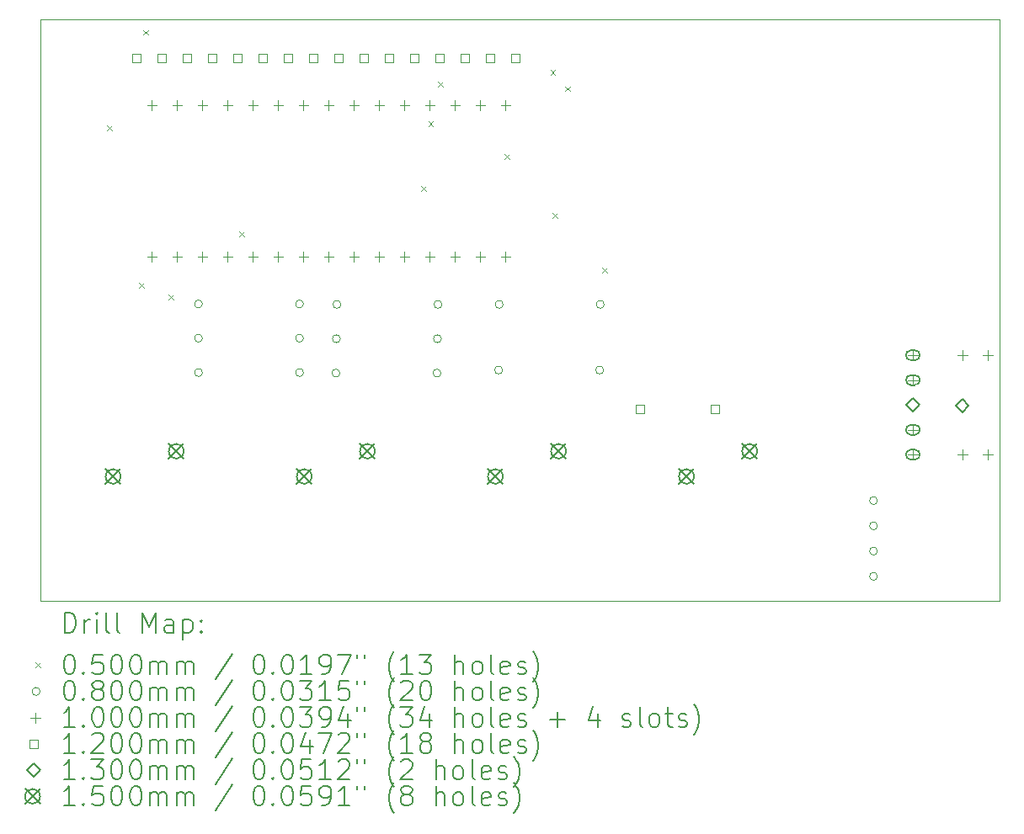
<source format=gbr>
%TF.GenerationSoftware,KiCad,Pcbnew,7.0.1*%
%TF.CreationDate,2024-03-20T11:56:00+03:00*%
%TF.ProjectId,TZXDuino,545a5844-7569-46e6-9f2e-6b696361645f,rev?*%
%TF.SameCoordinates,Original*%
%TF.FileFunction,Drillmap*%
%TF.FilePolarity,Positive*%
%FSLAX45Y45*%
G04 Gerber Fmt 4.5, Leading zero omitted, Abs format (unit mm)*
G04 Created by KiCad (PCBNEW 7.0.1) date 2024-03-20 11:56:00*
%MOMM*%
%LPD*%
G01*
G04 APERTURE LIST*
%ADD10C,0.050000*%
%ADD11C,0.200000*%
%ADD12C,0.080000*%
%ADD13C,0.100000*%
%ADD14C,0.120000*%
%ADD15C,0.130000*%
%ADD16C,0.150000*%
G04 APERTURE END LIST*
D10*
X8681720Y-6573520D02*
X18328640Y-6573520D01*
X18328640Y-12425680D01*
X8681720Y-12425680D01*
X8681720Y-6573520D01*
D11*
D10*
X9348740Y-7641770D02*
X9398740Y-7691770D01*
X9398740Y-7641770D02*
X9348740Y-7691770D01*
X9675370Y-9223780D02*
X9725370Y-9273780D01*
X9725370Y-9223780D02*
X9675370Y-9273780D01*
X9719670Y-6677060D02*
X9769670Y-6727060D01*
X9769670Y-6677060D02*
X9719670Y-6727060D01*
X9969490Y-9337200D02*
X10019490Y-9387200D01*
X10019490Y-9337200D02*
X9969490Y-9387200D01*
X10677730Y-8701680D02*
X10727730Y-8751680D01*
X10727730Y-8701680D02*
X10677730Y-8751680D01*
X12511880Y-8246180D02*
X12561880Y-8296180D01*
X12561880Y-8246180D02*
X12511880Y-8296180D01*
X12581780Y-7595610D02*
X12631780Y-7645610D01*
X12631780Y-7595610D02*
X12581780Y-7645610D01*
X12681710Y-7195820D02*
X12731710Y-7245820D01*
X12731710Y-7195820D02*
X12681710Y-7245820D01*
X13348900Y-7926180D02*
X13398900Y-7976180D01*
X13398900Y-7926180D02*
X13348900Y-7976180D01*
X13809800Y-7082010D02*
X13859800Y-7132010D01*
X13859800Y-7082010D02*
X13809800Y-7132010D01*
X13829140Y-8521780D02*
X13879140Y-8571780D01*
X13879140Y-8521780D02*
X13829140Y-8571780D01*
X13959410Y-7245010D02*
X14009410Y-7295010D01*
X14009410Y-7245010D02*
X13959410Y-7295010D01*
X14330020Y-9071610D02*
X14380020Y-9121610D01*
X14380020Y-9071610D02*
X14330020Y-9121610D01*
D12*
X10311760Y-9433560D02*
G75*
G03*
X10311760Y-9433560I-40000J0D01*
G01*
X10311760Y-9779000D02*
G75*
G03*
X10311760Y-9779000I-40000J0D01*
G01*
X10311760Y-10124440D02*
G75*
G03*
X10311760Y-10124440I-40000J0D01*
G01*
X11327760Y-9433560D02*
G75*
G03*
X11327760Y-9433560I-40000J0D01*
G01*
X11327760Y-9779000D02*
G75*
G03*
X11327760Y-9779000I-40000J0D01*
G01*
X11327760Y-10124440D02*
G75*
G03*
X11327760Y-10124440I-40000J0D01*
G01*
X11693520Y-10129520D02*
G75*
G03*
X11693520Y-10129520I-40000J0D01*
G01*
X11698600Y-9784080D02*
G75*
G03*
X11698600Y-9784080I-40000J0D01*
G01*
X11703680Y-9438640D02*
G75*
G03*
X11703680Y-9438640I-40000J0D01*
G01*
X12709520Y-10129520D02*
G75*
G03*
X12709520Y-10129520I-40000J0D01*
G01*
X12714600Y-9784080D02*
G75*
G03*
X12714600Y-9784080I-40000J0D01*
G01*
X12719680Y-9438640D02*
G75*
G03*
X12719680Y-9438640I-40000J0D01*
G01*
X13329280Y-10099040D02*
G75*
G03*
X13329280Y-10099040I-40000J0D01*
G01*
X13334360Y-9438640D02*
G75*
G03*
X13334360Y-9438640I-40000J0D01*
G01*
X14345280Y-10099040D02*
G75*
G03*
X14345280Y-10099040I-40000J0D01*
G01*
X14350360Y-9438640D02*
G75*
G03*
X14350360Y-9438640I-40000J0D01*
G01*
X17098240Y-11412260D02*
G75*
G03*
X17098240Y-11412260I-40000J0D01*
G01*
X17098240Y-11666260D02*
G75*
G03*
X17098240Y-11666260I-40000J0D01*
G01*
X17098240Y-11920260D02*
G75*
G03*
X17098240Y-11920260I-40000J0D01*
G01*
X17098240Y-12174260D02*
G75*
G03*
X17098240Y-12174260I-40000J0D01*
G01*
D13*
X9804400Y-7382040D02*
X9804400Y-7482040D01*
X9754400Y-7432040D02*
X9854400Y-7432040D01*
X9804400Y-8906040D02*
X9804400Y-9006040D01*
X9754400Y-8956040D02*
X9854400Y-8956040D01*
X10058400Y-7382040D02*
X10058400Y-7482040D01*
X10008400Y-7432040D02*
X10108400Y-7432040D01*
X10058400Y-8906040D02*
X10058400Y-9006040D01*
X10008400Y-8956040D02*
X10108400Y-8956040D01*
X10312400Y-7382040D02*
X10312400Y-7482040D01*
X10262400Y-7432040D02*
X10362400Y-7432040D01*
X10312400Y-8906040D02*
X10312400Y-9006040D01*
X10262400Y-8956040D02*
X10362400Y-8956040D01*
X10566400Y-7382040D02*
X10566400Y-7482040D01*
X10516400Y-7432040D02*
X10616400Y-7432040D01*
X10566400Y-8906040D02*
X10566400Y-9006040D01*
X10516400Y-8956040D02*
X10616400Y-8956040D01*
X10820400Y-7382040D02*
X10820400Y-7482040D01*
X10770400Y-7432040D02*
X10870400Y-7432040D01*
X10820400Y-8906040D02*
X10820400Y-9006040D01*
X10770400Y-8956040D02*
X10870400Y-8956040D01*
X11074400Y-7382040D02*
X11074400Y-7482040D01*
X11024400Y-7432040D02*
X11124400Y-7432040D01*
X11074400Y-8906040D02*
X11074400Y-9006040D01*
X11024400Y-8956040D02*
X11124400Y-8956040D01*
X11328400Y-7382040D02*
X11328400Y-7482040D01*
X11278400Y-7432040D02*
X11378400Y-7432040D01*
X11328400Y-8906040D02*
X11328400Y-9006040D01*
X11278400Y-8956040D02*
X11378400Y-8956040D01*
X11582400Y-7382040D02*
X11582400Y-7482040D01*
X11532400Y-7432040D02*
X11632400Y-7432040D01*
X11582400Y-8906040D02*
X11582400Y-9006040D01*
X11532400Y-8956040D02*
X11632400Y-8956040D01*
X11836400Y-7382040D02*
X11836400Y-7482040D01*
X11786400Y-7432040D02*
X11886400Y-7432040D01*
X11836400Y-8906040D02*
X11836400Y-9006040D01*
X11786400Y-8956040D02*
X11886400Y-8956040D01*
X12090400Y-7382040D02*
X12090400Y-7482040D01*
X12040400Y-7432040D02*
X12140400Y-7432040D01*
X12090400Y-8906040D02*
X12090400Y-9006040D01*
X12040400Y-8956040D02*
X12140400Y-8956040D01*
X12344400Y-7382040D02*
X12344400Y-7482040D01*
X12294400Y-7432040D02*
X12394400Y-7432040D01*
X12344400Y-8906040D02*
X12344400Y-9006040D01*
X12294400Y-8956040D02*
X12394400Y-8956040D01*
X12598400Y-7382040D02*
X12598400Y-7482040D01*
X12548400Y-7432040D02*
X12648400Y-7432040D01*
X12598400Y-8906040D02*
X12598400Y-9006040D01*
X12548400Y-8956040D02*
X12648400Y-8956040D01*
X12852400Y-7382040D02*
X12852400Y-7482040D01*
X12802400Y-7432040D02*
X12902400Y-7432040D01*
X12852400Y-8906040D02*
X12852400Y-9006040D01*
X12802400Y-8956040D02*
X12902400Y-8956040D01*
X13106400Y-7382040D02*
X13106400Y-7482040D01*
X13056400Y-7432040D02*
X13156400Y-7432040D01*
X13106400Y-8906040D02*
X13106400Y-9006040D01*
X13056400Y-8956040D02*
X13156400Y-8956040D01*
X13360400Y-7382040D02*
X13360400Y-7482040D01*
X13310400Y-7432040D02*
X13410400Y-7432040D01*
X13360400Y-8906040D02*
X13360400Y-9006040D01*
X13310400Y-8956040D02*
X13410400Y-8956040D01*
X17455000Y-9900000D02*
X17455000Y-10000000D01*
X17405000Y-9950000D02*
X17505000Y-9950000D01*
D11*
X17475000Y-9900000D02*
X17435000Y-9900000D01*
X17435000Y-9900000D02*
G75*
G03*
X17435000Y-10000000I0J-50000D01*
G01*
X17435000Y-10000000D02*
X17475000Y-10000000D01*
X17475000Y-10000000D02*
G75*
G03*
X17475000Y-9900000I0J50000D01*
G01*
D13*
X17455000Y-10150000D02*
X17455000Y-10250000D01*
X17405000Y-10200000D02*
X17505000Y-10200000D01*
D11*
X17475000Y-10150000D02*
X17435000Y-10150000D01*
X17435000Y-10150000D02*
G75*
G03*
X17435000Y-10250000I0J-50000D01*
G01*
X17435000Y-10250000D02*
X17475000Y-10250000D01*
X17475000Y-10250000D02*
G75*
G03*
X17475000Y-10150000I0J50000D01*
G01*
D13*
X17455000Y-10650000D02*
X17455000Y-10750000D01*
X17405000Y-10700000D02*
X17505000Y-10700000D01*
D11*
X17475000Y-10650000D02*
X17435000Y-10650000D01*
X17435000Y-10650000D02*
G75*
G03*
X17435000Y-10750000I0J-50000D01*
G01*
X17435000Y-10750000D02*
X17475000Y-10750000D01*
X17475000Y-10750000D02*
G75*
G03*
X17475000Y-10650000I0J50000D01*
G01*
D13*
X17455000Y-10900000D02*
X17455000Y-11000000D01*
X17405000Y-10950000D02*
X17505000Y-10950000D01*
D11*
X17475000Y-10900000D02*
X17435000Y-10900000D01*
X17435000Y-10900000D02*
G75*
G03*
X17435000Y-11000000I0J-50000D01*
G01*
X17435000Y-11000000D02*
X17475000Y-11000000D01*
X17475000Y-11000000D02*
G75*
G03*
X17475000Y-10900000I0J50000D01*
G01*
D13*
X17955000Y-9900000D02*
X17955000Y-10000000D01*
X17905000Y-9950000D02*
X18005000Y-9950000D01*
X17955000Y-10900000D02*
X17955000Y-11000000D01*
X17905000Y-10950000D02*
X18005000Y-10950000D01*
X18205000Y-9900000D02*
X18205000Y-10000000D01*
X18155000Y-9950000D02*
X18255000Y-9950000D01*
X18205000Y-10900000D02*
X18205000Y-11000000D01*
X18155000Y-10950000D02*
X18255000Y-10950000D01*
D14*
X9689347Y-7002027D02*
X9689347Y-6917173D01*
X9604493Y-6917173D01*
X9604493Y-7002027D01*
X9689347Y-7002027D01*
X9943347Y-7002027D02*
X9943347Y-6917173D01*
X9858493Y-6917173D01*
X9858493Y-7002027D01*
X9943347Y-7002027D01*
X10197347Y-7002027D02*
X10197347Y-6917173D01*
X10112493Y-6917173D01*
X10112493Y-7002027D01*
X10197347Y-7002027D01*
X10451347Y-7002027D02*
X10451347Y-6917173D01*
X10366493Y-6917173D01*
X10366493Y-7002027D01*
X10451347Y-7002027D01*
X10705347Y-7002027D02*
X10705347Y-6917173D01*
X10620493Y-6917173D01*
X10620493Y-7002027D01*
X10705347Y-7002027D01*
X10959347Y-7002027D02*
X10959347Y-6917173D01*
X10874493Y-6917173D01*
X10874493Y-7002027D01*
X10959347Y-7002027D01*
X11213347Y-7002027D02*
X11213347Y-6917173D01*
X11128493Y-6917173D01*
X11128493Y-7002027D01*
X11213347Y-7002027D01*
X11467347Y-7002027D02*
X11467347Y-6917173D01*
X11382493Y-6917173D01*
X11382493Y-7002027D01*
X11467347Y-7002027D01*
X11721347Y-7002027D02*
X11721347Y-6917173D01*
X11636493Y-6917173D01*
X11636493Y-7002027D01*
X11721347Y-7002027D01*
X11975347Y-7002027D02*
X11975347Y-6917173D01*
X11890493Y-6917173D01*
X11890493Y-7002027D01*
X11975347Y-7002027D01*
X12229347Y-7002027D02*
X12229347Y-6917173D01*
X12144493Y-6917173D01*
X12144493Y-7002027D01*
X12229347Y-7002027D01*
X12483347Y-7002027D02*
X12483347Y-6917173D01*
X12398493Y-6917173D01*
X12398493Y-7002027D01*
X12483347Y-7002027D01*
X12737347Y-7002027D02*
X12737347Y-6917173D01*
X12652493Y-6917173D01*
X12652493Y-7002027D01*
X12737347Y-7002027D01*
X12991347Y-7002027D02*
X12991347Y-6917173D01*
X12906493Y-6917173D01*
X12906493Y-7002027D01*
X12991347Y-7002027D01*
X13245347Y-7002027D02*
X13245347Y-6917173D01*
X13160493Y-6917173D01*
X13160493Y-7002027D01*
X13245347Y-7002027D01*
X13499347Y-7002027D02*
X13499347Y-6917173D01*
X13414493Y-6917173D01*
X13414493Y-7002027D01*
X13499347Y-7002027D01*
X14749427Y-10532427D02*
X14749427Y-10447573D01*
X14664573Y-10447573D01*
X14664573Y-10532427D01*
X14749427Y-10532427D01*
X15509427Y-10532427D02*
X15509427Y-10447573D01*
X15424573Y-10447573D01*
X15424573Y-10532427D01*
X15509427Y-10532427D01*
D15*
X17455000Y-10515000D02*
X17520000Y-10450000D01*
X17455000Y-10385000D01*
X17390000Y-10450000D01*
X17455000Y-10515000D01*
X17951000Y-10523000D02*
X18016000Y-10458000D01*
X17951000Y-10393000D01*
X17886000Y-10458000D01*
X17951000Y-10523000D01*
D16*
X9338240Y-11095000D02*
X9488240Y-11245000D01*
X9488240Y-11095000D02*
X9338240Y-11245000D01*
X9488240Y-11170000D02*
G75*
G03*
X9488240Y-11170000I-75000J0D01*
G01*
X9973240Y-10841000D02*
X10123240Y-10991000D01*
X10123240Y-10841000D02*
X9973240Y-10991000D01*
X10123240Y-10916000D02*
G75*
G03*
X10123240Y-10916000I-75000J0D01*
G01*
X11259990Y-11095000D02*
X11409990Y-11245000D01*
X11409990Y-11095000D02*
X11259990Y-11245000D01*
X11409990Y-11170000D02*
G75*
G03*
X11409990Y-11170000I-75000J0D01*
G01*
X11894990Y-10841000D02*
X12044990Y-10991000D01*
X12044990Y-10841000D02*
X11894990Y-10991000D01*
X12044990Y-10916000D02*
G75*
G03*
X12044990Y-10916000I-75000J0D01*
G01*
X13181750Y-11095000D02*
X13331750Y-11245000D01*
X13331750Y-11095000D02*
X13181750Y-11245000D01*
X13331750Y-11170000D02*
G75*
G03*
X13331750Y-11170000I-75000J0D01*
G01*
X13816750Y-10841000D02*
X13966750Y-10991000D01*
X13966750Y-10841000D02*
X13816750Y-10991000D01*
X13966750Y-10916000D02*
G75*
G03*
X13966750Y-10916000I-75000J0D01*
G01*
X15103500Y-11095000D02*
X15253500Y-11245000D01*
X15253500Y-11095000D02*
X15103500Y-11245000D01*
X15253500Y-11170000D02*
G75*
G03*
X15253500Y-11170000I-75000J0D01*
G01*
X15738500Y-10841000D02*
X15888500Y-10991000D01*
X15888500Y-10841000D02*
X15738500Y-10991000D01*
X15888500Y-10916000D02*
G75*
G03*
X15888500Y-10916000I-75000J0D01*
G01*
D11*
X8926839Y-12740704D02*
X8926839Y-12540704D01*
X8926839Y-12540704D02*
X8974458Y-12540704D01*
X8974458Y-12540704D02*
X9003030Y-12550228D01*
X9003030Y-12550228D02*
X9022077Y-12569275D01*
X9022077Y-12569275D02*
X9031601Y-12588323D01*
X9031601Y-12588323D02*
X9041125Y-12626418D01*
X9041125Y-12626418D02*
X9041125Y-12654989D01*
X9041125Y-12654989D02*
X9031601Y-12693085D01*
X9031601Y-12693085D02*
X9022077Y-12712132D01*
X9022077Y-12712132D02*
X9003030Y-12731180D01*
X9003030Y-12731180D02*
X8974458Y-12740704D01*
X8974458Y-12740704D02*
X8926839Y-12740704D01*
X9126839Y-12740704D02*
X9126839Y-12607370D01*
X9126839Y-12645466D02*
X9136363Y-12626418D01*
X9136363Y-12626418D02*
X9145887Y-12616894D01*
X9145887Y-12616894D02*
X9164934Y-12607370D01*
X9164934Y-12607370D02*
X9183982Y-12607370D01*
X9250649Y-12740704D02*
X9250649Y-12607370D01*
X9250649Y-12540704D02*
X9241125Y-12550228D01*
X9241125Y-12550228D02*
X9250649Y-12559751D01*
X9250649Y-12559751D02*
X9260172Y-12550228D01*
X9260172Y-12550228D02*
X9250649Y-12540704D01*
X9250649Y-12540704D02*
X9250649Y-12559751D01*
X9374458Y-12740704D02*
X9355410Y-12731180D01*
X9355410Y-12731180D02*
X9345887Y-12712132D01*
X9345887Y-12712132D02*
X9345887Y-12540704D01*
X9479220Y-12740704D02*
X9460172Y-12731180D01*
X9460172Y-12731180D02*
X9450649Y-12712132D01*
X9450649Y-12712132D02*
X9450649Y-12540704D01*
X9707791Y-12740704D02*
X9707791Y-12540704D01*
X9707791Y-12540704D02*
X9774458Y-12683561D01*
X9774458Y-12683561D02*
X9841125Y-12540704D01*
X9841125Y-12540704D02*
X9841125Y-12740704D01*
X10022077Y-12740704D02*
X10022077Y-12635942D01*
X10022077Y-12635942D02*
X10012553Y-12616894D01*
X10012553Y-12616894D02*
X9993506Y-12607370D01*
X9993506Y-12607370D02*
X9955410Y-12607370D01*
X9955410Y-12607370D02*
X9936363Y-12616894D01*
X10022077Y-12731180D02*
X10003030Y-12740704D01*
X10003030Y-12740704D02*
X9955410Y-12740704D01*
X9955410Y-12740704D02*
X9936363Y-12731180D01*
X9936363Y-12731180D02*
X9926839Y-12712132D01*
X9926839Y-12712132D02*
X9926839Y-12693085D01*
X9926839Y-12693085D02*
X9936363Y-12674037D01*
X9936363Y-12674037D02*
X9955410Y-12664513D01*
X9955410Y-12664513D02*
X10003030Y-12664513D01*
X10003030Y-12664513D02*
X10022077Y-12654989D01*
X10117315Y-12607370D02*
X10117315Y-12807370D01*
X10117315Y-12616894D02*
X10136363Y-12607370D01*
X10136363Y-12607370D02*
X10174458Y-12607370D01*
X10174458Y-12607370D02*
X10193506Y-12616894D01*
X10193506Y-12616894D02*
X10203030Y-12626418D01*
X10203030Y-12626418D02*
X10212553Y-12645466D01*
X10212553Y-12645466D02*
X10212553Y-12702608D01*
X10212553Y-12702608D02*
X10203030Y-12721656D01*
X10203030Y-12721656D02*
X10193506Y-12731180D01*
X10193506Y-12731180D02*
X10174458Y-12740704D01*
X10174458Y-12740704D02*
X10136363Y-12740704D01*
X10136363Y-12740704D02*
X10117315Y-12731180D01*
X10298268Y-12721656D02*
X10307791Y-12731180D01*
X10307791Y-12731180D02*
X10298268Y-12740704D01*
X10298268Y-12740704D02*
X10288744Y-12731180D01*
X10288744Y-12731180D02*
X10298268Y-12721656D01*
X10298268Y-12721656D02*
X10298268Y-12740704D01*
X10298268Y-12616894D02*
X10307791Y-12626418D01*
X10307791Y-12626418D02*
X10298268Y-12635942D01*
X10298268Y-12635942D02*
X10288744Y-12626418D01*
X10288744Y-12626418D02*
X10298268Y-12616894D01*
X10298268Y-12616894D02*
X10298268Y-12635942D01*
D10*
X8629220Y-13043180D02*
X8679220Y-13093180D01*
X8679220Y-13043180D02*
X8629220Y-13093180D01*
D11*
X8964934Y-12960704D02*
X8983982Y-12960704D01*
X8983982Y-12960704D02*
X9003030Y-12970228D01*
X9003030Y-12970228D02*
X9012553Y-12979751D01*
X9012553Y-12979751D02*
X9022077Y-12998799D01*
X9022077Y-12998799D02*
X9031601Y-13036894D01*
X9031601Y-13036894D02*
X9031601Y-13084513D01*
X9031601Y-13084513D02*
X9022077Y-13122608D01*
X9022077Y-13122608D02*
X9012553Y-13141656D01*
X9012553Y-13141656D02*
X9003030Y-13151180D01*
X9003030Y-13151180D02*
X8983982Y-13160704D01*
X8983982Y-13160704D02*
X8964934Y-13160704D01*
X8964934Y-13160704D02*
X8945887Y-13151180D01*
X8945887Y-13151180D02*
X8936363Y-13141656D01*
X8936363Y-13141656D02*
X8926839Y-13122608D01*
X8926839Y-13122608D02*
X8917315Y-13084513D01*
X8917315Y-13084513D02*
X8917315Y-13036894D01*
X8917315Y-13036894D02*
X8926839Y-12998799D01*
X8926839Y-12998799D02*
X8936363Y-12979751D01*
X8936363Y-12979751D02*
X8945887Y-12970228D01*
X8945887Y-12970228D02*
X8964934Y-12960704D01*
X9117315Y-13141656D02*
X9126839Y-13151180D01*
X9126839Y-13151180D02*
X9117315Y-13160704D01*
X9117315Y-13160704D02*
X9107791Y-13151180D01*
X9107791Y-13151180D02*
X9117315Y-13141656D01*
X9117315Y-13141656D02*
X9117315Y-13160704D01*
X9307791Y-12960704D02*
X9212553Y-12960704D01*
X9212553Y-12960704D02*
X9203030Y-13055942D01*
X9203030Y-13055942D02*
X9212553Y-13046418D01*
X9212553Y-13046418D02*
X9231601Y-13036894D01*
X9231601Y-13036894D02*
X9279220Y-13036894D01*
X9279220Y-13036894D02*
X9298268Y-13046418D01*
X9298268Y-13046418D02*
X9307791Y-13055942D01*
X9307791Y-13055942D02*
X9317315Y-13074989D01*
X9317315Y-13074989D02*
X9317315Y-13122608D01*
X9317315Y-13122608D02*
X9307791Y-13141656D01*
X9307791Y-13141656D02*
X9298268Y-13151180D01*
X9298268Y-13151180D02*
X9279220Y-13160704D01*
X9279220Y-13160704D02*
X9231601Y-13160704D01*
X9231601Y-13160704D02*
X9212553Y-13151180D01*
X9212553Y-13151180D02*
X9203030Y-13141656D01*
X9441125Y-12960704D02*
X9460172Y-12960704D01*
X9460172Y-12960704D02*
X9479220Y-12970228D01*
X9479220Y-12970228D02*
X9488744Y-12979751D01*
X9488744Y-12979751D02*
X9498268Y-12998799D01*
X9498268Y-12998799D02*
X9507791Y-13036894D01*
X9507791Y-13036894D02*
X9507791Y-13084513D01*
X9507791Y-13084513D02*
X9498268Y-13122608D01*
X9498268Y-13122608D02*
X9488744Y-13141656D01*
X9488744Y-13141656D02*
X9479220Y-13151180D01*
X9479220Y-13151180D02*
X9460172Y-13160704D01*
X9460172Y-13160704D02*
X9441125Y-13160704D01*
X9441125Y-13160704D02*
X9422077Y-13151180D01*
X9422077Y-13151180D02*
X9412553Y-13141656D01*
X9412553Y-13141656D02*
X9403030Y-13122608D01*
X9403030Y-13122608D02*
X9393506Y-13084513D01*
X9393506Y-13084513D02*
X9393506Y-13036894D01*
X9393506Y-13036894D02*
X9403030Y-12998799D01*
X9403030Y-12998799D02*
X9412553Y-12979751D01*
X9412553Y-12979751D02*
X9422077Y-12970228D01*
X9422077Y-12970228D02*
X9441125Y-12960704D01*
X9631601Y-12960704D02*
X9650649Y-12960704D01*
X9650649Y-12960704D02*
X9669696Y-12970228D01*
X9669696Y-12970228D02*
X9679220Y-12979751D01*
X9679220Y-12979751D02*
X9688744Y-12998799D01*
X9688744Y-12998799D02*
X9698268Y-13036894D01*
X9698268Y-13036894D02*
X9698268Y-13084513D01*
X9698268Y-13084513D02*
X9688744Y-13122608D01*
X9688744Y-13122608D02*
X9679220Y-13141656D01*
X9679220Y-13141656D02*
X9669696Y-13151180D01*
X9669696Y-13151180D02*
X9650649Y-13160704D01*
X9650649Y-13160704D02*
X9631601Y-13160704D01*
X9631601Y-13160704D02*
X9612553Y-13151180D01*
X9612553Y-13151180D02*
X9603030Y-13141656D01*
X9603030Y-13141656D02*
X9593506Y-13122608D01*
X9593506Y-13122608D02*
X9583982Y-13084513D01*
X9583982Y-13084513D02*
X9583982Y-13036894D01*
X9583982Y-13036894D02*
X9593506Y-12998799D01*
X9593506Y-12998799D02*
X9603030Y-12979751D01*
X9603030Y-12979751D02*
X9612553Y-12970228D01*
X9612553Y-12970228D02*
X9631601Y-12960704D01*
X9783982Y-13160704D02*
X9783982Y-13027370D01*
X9783982Y-13046418D02*
X9793506Y-13036894D01*
X9793506Y-13036894D02*
X9812553Y-13027370D01*
X9812553Y-13027370D02*
X9841125Y-13027370D01*
X9841125Y-13027370D02*
X9860172Y-13036894D01*
X9860172Y-13036894D02*
X9869696Y-13055942D01*
X9869696Y-13055942D02*
X9869696Y-13160704D01*
X9869696Y-13055942D02*
X9879220Y-13036894D01*
X9879220Y-13036894D02*
X9898268Y-13027370D01*
X9898268Y-13027370D02*
X9926839Y-13027370D01*
X9926839Y-13027370D02*
X9945887Y-13036894D01*
X9945887Y-13036894D02*
X9955411Y-13055942D01*
X9955411Y-13055942D02*
X9955411Y-13160704D01*
X10050649Y-13160704D02*
X10050649Y-13027370D01*
X10050649Y-13046418D02*
X10060172Y-13036894D01*
X10060172Y-13036894D02*
X10079220Y-13027370D01*
X10079220Y-13027370D02*
X10107792Y-13027370D01*
X10107792Y-13027370D02*
X10126839Y-13036894D01*
X10126839Y-13036894D02*
X10136363Y-13055942D01*
X10136363Y-13055942D02*
X10136363Y-13160704D01*
X10136363Y-13055942D02*
X10145887Y-13036894D01*
X10145887Y-13036894D02*
X10164934Y-13027370D01*
X10164934Y-13027370D02*
X10193506Y-13027370D01*
X10193506Y-13027370D02*
X10212553Y-13036894D01*
X10212553Y-13036894D02*
X10222077Y-13055942D01*
X10222077Y-13055942D02*
X10222077Y-13160704D01*
X10612553Y-12951180D02*
X10441125Y-13208323D01*
X10869696Y-12960704D02*
X10888744Y-12960704D01*
X10888744Y-12960704D02*
X10907792Y-12970228D01*
X10907792Y-12970228D02*
X10917315Y-12979751D01*
X10917315Y-12979751D02*
X10926839Y-12998799D01*
X10926839Y-12998799D02*
X10936363Y-13036894D01*
X10936363Y-13036894D02*
X10936363Y-13084513D01*
X10936363Y-13084513D02*
X10926839Y-13122608D01*
X10926839Y-13122608D02*
X10917315Y-13141656D01*
X10917315Y-13141656D02*
X10907792Y-13151180D01*
X10907792Y-13151180D02*
X10888744Y-13160704D01*
X10888744Y-13160704D02*
X10869696Y-13160704D01*
X10869696Y-13160704D02*
X10850649Y-13151180D01*
X10850649Y-13151180D02*
X10841125Y-13141656D01*
X10841125Y-13141656D02*
X10831601Y-13122608D01*
X10831601Y-13122608D02*
X10822077Y-13084513D01*
X10822077Y-13084513D02*
X10822077Y-13036894D01*
X10822077Y-13036894D02*
X10831601Y-12998799D01*
X10831601Y-12998799D02*
X10841125Y-12979751D01*
X10841125Y-12979751D02*
X10850649Y-12970228D01*
X10850649Y-12970228D02*
X10869696Y-12960704D01*
X11022077Y-13141656D02*
X11031601Y-13151180D01*
X11031601Y-13151180D02*
X11022077Y-13160704D01*
X11022077Y-13160704D02*
X11012554Y-13151180D01*
X11012554Y-13151180D02*
X11022077Y-13141656D01*
X11022077Y-13141656D02*
X11022077Y-13160704D01*
X11155411Y-12960704D02*
X11174458Y-12960704D01*
X11174458Y-12960704D02*
X11193506Y-12970228D01*
X11193506Y-12970228D02*
X11203030Y-12979751D01*
X11203030Y-12979751D02*
X11212553Y-12998799D01*
X11212553Y-12998799D02*
X11222077Y-13036894D01*
X11222077Y-13036894D02*
X11222077Y-13084513D01*
X11222077Y-13084513D02*
X11212553Y-13122608D01*
X11212553Y-13122608D02*
X11203030Y-13141656D01*
X11203030Y-13141656D02*
X11193506Y-13151180D01*
X11193506Y-13151180D02*
X11174458Y-13160704D01*
X11174458Y-13160704D02*
X11155411Y-13160704D01*
X11155411Y-13160704D02*
X11136363Y-13151180D01*
X11136363Y-13151180D02*
X11126839Y-13141656D01*
X11126839Y-13141656D02*
X11117315Y-13122608D01*
X11117315Y-13122608D02*
X11107792Y-13084513D01*
X11107792Y-13084513D02*
X11107792Y-13036894D01*
X11107792Y-13036894D02*
X11117315Y-12998799D01*
X11117315Y-12998799D02*
X11126839Y-12979751D01*
X11126839Y-12979751D02*
X11136363Y-12970228D01*
X11136363Y-12970228D02*
X11155411Y-12960704D01*
X11412553Y-13160704D02*
X11298268Y-13160704D01*
X11355411Y-13160704D02*
X11355411Y-12960704D01*
X11355411Y-12960704D02*
X11336363Y-12989275D01*
X11336363Y-12989275D02*
X11317315Y-13008323D01*
X11317315Y-13008323D02*
X11298268Y-13017847D01*
X11507792Y-13160704D02*
X11545887Y-13160704D01*
X11545887Y-13160704D02*
X11564934Y-13151180D01*
X11564934Y-13151180D02*
X11574458Y-13141656D01*
X11574458Y-13141656D02*
X11593506Y-13113085D01*
X11593506Y-13113085D02*
X11603030Y-13074989D01*
X11603030Y-13074989D02*
X11603030Y-12998799D01*
X11603030Y-12998799D02*
X11593506Y-12979751D01*
X11593506Y-12979751D02*
X11583982Y-12970228D01*
X11583982Y-12970228D02*
X11564934Y-12960704D01*
X11564934Y-12960704D02*
X11526839Y-12960704D01*
X11526839Y-12960704D02*
X11507792Y-12970228D01*
X11507792Y-12970228D02*
X11498268Y-12979751D01*
X11498268Y-12979751D02*
X11488744Y-12998799D01*
X11488744Y-12998799D02*
X11488744Y-13046418D01*
X11488744Y-13046418D02*
X11498268Y-13065466D01*
X11498268Y-13065466D02*
X11507792Y-13074989D01*
X11507792Y-13074989D02*
X11526839Y-13084513D01*
X11526839Y-13084513D02*
X11564934Y-13084513D01*
X11564934Y-13084513D02*
X11583982Y-13074989D01*
X11583982Y-13074989D02*
X11593506Y-13065466D01*
X11593506Y-13065466D02*
X11603030Y-13046418D01*
X11669696Y-12960704D02*
X11803030Y-12960704D01*
X11803030Y-12960704D02*
X11717315Y-13160704D01*
X11869696Y-12960704D02*
X11869696Y-12998799D01*
X11945887Y-12960704D02*
X11945887Y-12998799D01*
X12241125Y-13236894D02*
X12231601Y-13227370D01*
X12231601Y-13227370D02*
X12212554Y-13198799D01*
X12212554Y-13198799D02*
X12203030Y-13179751D01*
X12203030Y-13179751D02*
X12193506Y-13151180D01*
X12193506Y-13151180D02*
X12183982Y-13103561D01*
X12183982Y-13103561D02*
X12183982Y-13065466D01*
X12183982Y-13065466D02*
X12193506Y-13017847D01*
X12193506Y-13017847D02*
X12203030Y-12989275D01*
X12203030Y-12989275D02*
X12212554Y-12970228D01*
X12212554Y-12970228D02*
X12231601Y-12941656D01*
X12231601Y-12941656D02*
X12241125Y-12932132D01*
X12422077Y-13160704D02*
X12307792Y-13160704D01*
X12364934Y-13160704D02*
X12364934Y-12960704D01*
X12364934Y-12960704D02*
X12345887Y-12989275D01*
X12345887Y-12989275D02*
X12326839Y-13008323D01*
X12326839Y-13008323D02*
X12307792Y-13017847D01*
X12488744Y-12960704D02*
X12612554Y-12960704D01*
X12612554Y-12960704D02*
X12545887Y-13036894D01*
X12545887Y-13036894D02*
X12574458Y-13036894D01*
X12574458Y-13036894D02*
X12593506Y-13046418D01*
X12593506Y-13046418D02*
X12603030Y-13055942D01*
X12603030Y-13055942D02*
X12612554Y-13074989D01*
X12612554Y-13074989D02*
X12612554Y-13122608D01*
X12612554Y-13122608D02*
X12603030Y-13141656D01*
X12603030Y-13141656D02*
X12593506Y-13151180D01*
X12593506Y-13151180D02*
X12574458Y-13160704D01*
X12574458Y-13160704D02*
X12517315Y-13160704D01*
X12517315Y-13160704D02*
X12498268Y-13151180D01*
X12498268Y-13151180D02*
X12488744Y-13141656D01*
X12850649Y-13160704D02*
X12850649Y-12960704D01*
X12936363Y-13160704D02*
X12936363Y-13055942D01*
X12936363Y-13055942D02*
X12926839Y-13036894D01*
X12926839Y-13036894D02*
X12907792Y-13027370D01*
X12907792Y-13027370D02*
X12879220Y-13027370D01*
X12879220Y-13027370D02*
X12860173Y-13036894D01*
X12860173Y-13036894D02*
X12850649Y-13046418D01*
X13060173Y-13160704D02*
X13041125Y-13151180D01*
X13041125Y-13151180D02*
X13031601Y-13141656D01*
X13031601Y-13141656D02*
X13022077Y-13122608D01*
X13022077Y-13122608D02*
X13022077Y-13065466D01*
X13022077Y-13065466D02*
X13031601Y-13046418D01*
X13031601Y-13046418D02*
X13041125Y-13036894D01*
X13041125Y-13036894D02*
X13060173Y-13027370D01*
X13060173Y-13027370D02*
X13088744Y-13027370D01*
X13088744Y-13027370D02*
X13107792Y-13036894D01*
X13107792Y-13036894D02*
X13117316Y-13046418D01*
X13117316Y-13046418D02*
X13126839Y-13065466D01*
X13126839Y-13065466D02*
X13126839Y-13122608D01*
X13126839Y-13122608D02*
X13117316Y-13141656D01*
X13117316Y-13141656D02*
X13107792Y-13151180D01*
X13107792Y-13151180D02*
X13088744Y-13160704D01*
X13088744Y-13160704D02*
X13060173Y-13160704D01*
X13241125Y-13160704D02*
X13222077Y-13151180D01*
X13222077Y-13151180D02*
X13212554Y-13132132D01*
X13212554Y-13132132D02*
X13212554Y-12960704D01*
X13393506Y-13151180D02*
X13374458Y-13160704D01*
X13374458Y-13160704D02*
X13336363Y-13160704D01*
X13336363Y-13160704D02*
X13317316Y-13151180D01*
X13317316Y-13151180D02*
X13307792Y-13132132D01*
X13307792Y-13132132D02*
X13307792Y-13055942D01*
X13307792Y-13055942D02*
X13317316Y-13036894D01*
X13317316Y-13036894D02*
X13336363Y-13027370D01*
X13336363Y-13027370D02*
X13374458Y-13027370D01*
X13374458Y-13027370D02*
X13393506Y-13036894D01*
X13393506Y-13036894D02*
X13403030Y-13055942D01*
X13403030Y-13055942D02*
X13403030Y-13074989D01*
X13403030Y-13074989D02*
X13307792Y-13094037D01*
X13479220Y-13151180D02*
X13498268Y-13160704D01*
X13498268Y-13160704D02*
X13536363Y-13160704D01*
X13536363Y-13160704D02*
X13555411Y-13151180D01*
X13555411Y-13151180D02*
X13564935Y-13132132D01*
X13564935Y-13132132D02*
X13564935Y-13122608D01*
X13564935Y-13122608D02*
X13555411Y-13103561D01*
X13555411Y-13103561D02*
X13536363Y-13094037D01*
X13536363Y-13094037D02*
X13507792Y-13094037D01*
X13507792Y-13094037D02*
X13488744Y-13084513D01*
X13488744Y-13084513D02*
X13479220Y-13065466D01*
X13479220Y-13065466D02*
X13479220Y-13055942D01*
X13479220Y-13055942D02*
X13488744Y-13036894D01*
X13488744Y-13036894D02*
X13507792Y-13027370D01*
X13507792Y-13027370D02*
X13536363Y-13027370D01*
X13536363Y-13027370D02*
X13555411Y-13036894D01*
X13631601Y-13236894D02*
X13641125Y-13227370D01*
X13641125Y-13227370D02*
X13660173Y-13198799D01*
X13660173Y-13198799D02*
X13669697Y-13179751D01*
X13669697Y-13179751D02*
X13679220Y-13151180D01*
X13679220Y-13151180D02*
X13688744Y-13103561D01*
X13688744Y-13103561D02*
X13688744Y-13065466D01*
X13688744Y-13065466D02*
X13679220Y-13017847D01*
X13679220Y-13017847D02*
X13669697Y-12989275D01*
X13669697Y-12989275D02*
X13660173Y-12970228D01*
X13660173Y-12970228D02*
X13641125Y-12941656D01*
X13641125Y-12941656D02*
X13631601Y-12932132D01*
D12*
X8679220Y-13332180D02*
G75*
G03*
X8679220Y-13332180I-40000J0D01*
G01*
D11*
X8964934Y-13224704D02*
X8983982Y-13224704D01*
X8983982Y-13224704D02*
X9003030Y-13234228D01*
X9003030Y-13234228D02*
X9012553Y-13243751D01*
X9012553Y-13243751D02*
X9022077Y-13262799D01*
X9022077Y-13262799D02*
X9031601Y-13300894D01*
X9031601Y-13300894D02*
X9031601Y-13348513D01*
X9031601Y-13348513D02*
X9022077Y-13386608D01*
X9022077Y-13386608D02*
X9012553Y-13405656D01*
X9012553Y-13405656D02*
X9003030Y-13415180D01*
X9003030Y-13415180D02*
X8983982Y-13424704D01*
X8983982Y-13424704D02*
X8964934Y-13424704D01*
X8964934Y-13424704D02*
X8945887Y-13415180D01*
X8945887Y-13415180D02*
X8936363Y-13405656D01*
X8936363Y-13405656D02*
X8926839Y-13386608D01*
X8926839Y-13386608D02*
X8917315Y-13348513D01*
X8917315Y-13348513D02*
X8917315Y-13300894D01*
X8917315Y-13300894D02*
X8926839Y-13262799D01*
X8926839Y-13262799D02*
X8936363Y-13243751D01*
X8936363Y-13243751D02*
X8945887Y-13234228D01*
X8945887Y-13234228D02*
X8964934Y-13224704D01*
X9117315Y-13405656D02*
X9126839Y-13415180D01*
X9126839Y-13415180D02*
X9117315Y-13424704D01*
X9117315Y-13424704D02*
X9107791Y-13415180D01*
X9107791Y-13415180D02*
X9117315Y-13405656D01*
X9117315Y-13405656D02*
X9117315Y-13424704D01*
X9241125Y-13310418D02*
X9222077Y-13300894D01*
X9222077Y-13300894D02*
X9212553Y-13291370D01*
X9212553Y-13291370D02*
X9203030Y-13272323D01*
X9203030Y-13272323D02*
X9203030Y-13262799D01*
X9203030Y-13262799D02*
X9212553Y-13243751D01*
X9212553Y-13243751D02*
X9222077Y-13234228D01*
X9222077Y-13234228D02*
X9241125Y-13224704D01*
X9241125Y-13224704D02*
X9279220Y-13224704D01*
X9279220Y-13224704D02*
X9298268Y-13234228D01*
X9298268Y-13234228D02*
X9307791Y-13243751D01*
X9307791Y-13243751D02*
X9317315Y-13262799D01*
X9317315Y-13262799D02*
X9317315Y-13272323D01*
X9317315Y-13272323D02*
X9307791Y-13291370D01*
X9307791Y-13291370D02*
X9298268Y-13300894D01*
X9298268Y-13300894D02*
X9279220Y-13310418D01*
X9279220Y-13310418D02*
X9241125Y-13310418D01*
X9241125Y-13310418D02*
X9222077Y-13319942D01*
X9222077Y-13319942D02*
X9212553Y-13329466D01*
X9212553Y-13329466D02*
X9203030Y-13348513D01*
X9203030Y-13348513D02*
X9203030Y-13386608D01*
X9203030Y-13386608D02*
X9212553Y-13405656D01*
X9212553Y-13405656D02*
X9222077Y-13415180D01*
X9222077Y-13415180D02*
X9241125Y-13424704D01*
X9241125Y-13424704D02*
X9279220Y-13424704D01*
X9279220Y-13424704D02*
X9298268Y-13415180D01*
X9298268Y-13415180D02*
X9307791Y-13405656D01*
X9307791Y-13405656D02*
X9317315Y-13386608D01*
X9317315Y-13386608D02*
X9317315Y-13348513D01*
X9317315Y-13348513D02*
X9307791Y-13329466D01*
X9307791Y-13329466D02*
X9298268Y-13319942D01*
X9298268Y-13319942D02*
X9279220Y-13310418D01*
X9441125Y-13224704D02*
X9460172Y-13224704D01*
X9460172Y-13224704D02*
X9479220Y-13234228D01*
X9479220Y-13234228D02*
X9488744Y-13243751D01*
X9488744Y-13243751D02*
X9498268Y-13262799D01*
X9498268Y-13262799D02*
X9507791Y-13300894D01*
X9507791Y-13300894D02*
X9507791Y-13348513D01*
X9507791Y-13348513D02*
X9498268Y-13386608D01*
X9498268Y-13386608D02*
X9488744Y-13405656D01*
X9488744Y-13405656D02*
X9479220Y-13415180D01*
X9479220Y-13415180D02*
X9460172Y-13424704D01*
X9460172Y-13424704D02*
X9441125Y-13424704D01*
X9441125Y-13424704D02*
X9422077Y-13415180D01*
X9422077Y-13415180D02*
X9412553Y-13405656D01*
X9412553Y-13405656D02*
X9403030Y-13386608D01*
X9403030Y-13386608D02*
X9393506Y-13348513D01*
X9393506Y-13348513D02*
X9393506Y-13300894D01*
X9393506Y-13300894D02*
X9403030Y-13262799D01*
X9403030Y-13262799D02*
X9412553Y-13243751D01*
X9412553Y-13243751D02*
X9422077Y-13234228D01*
X9422077Y-13234228D02*
X9441125Y-13224704D01*
X9631601Y-13224704D02*
X9650649Y-13224704D01*
X9650649Y-13224704D02*
X9669696Y-13234228D01*
X9669696Y-13234228D02*
X9679220Y-13243751D01*
X9679220Y-13243751D02*
X9688744Y-13262799D01*
X9688744Y-13262799D02*
X9698268Y-13300894D01*
X9698268Y-13300894D02*
X9698268Y-13348513D01*
X9698268Y-13348513D02*
X9688744Y-13386608D01*
X9688744Y-13386608D02*
X9679220Y-13405656D01*
X9679220Y-13405656D02*
X9669696Y-13415180D01*
X9669696Y-13415180D02*
X9650649Y-13424704D01*
X9650649Y-13424704D02*
X9631601Y-13424704D01*
X9631601Y-13424704D02*
X9612553Y-13415180D01*
X9612553Y-13415180D02*
X9603030Y-13405656D01*
X9603030Y-13405656D02*
X9593506Y-13386608D01*
X9593506Y-13386608D02*
X9583982Y-13348513D01*
X9583982Y-13348513D02*
X9583982Y-13300894D01*
X9583982Y-13300894D02*
X9593506Y-13262799D01*
X9593506Y-13262799D02*
X9603030Y-13243751D01*
X9603030Y-13243751D02*
X9612553Y-13234228D01*
X9612553Y-13234228D02*
X9631601Y-13224704D01*
X9783982Y-13424704D02*
X9783982Y-13291370D01*
X9783982Y-13310418D02*
X9793506Y-13300894D01*
X9793506Y-13300894D02*
X9812553Y-13291370D01*
X9812553Y-13291370D02*
X9841125Y-13291370D01*
X9841125Y-13291370D02*
X9860172Y-13300894D01*
X9860172Y-13300894D02*
X9869696Y-13319942D01*
X9869696Y-13319942D02*
X9869696Y-13424704D01*
X9869696Y-13319942D02*
X9879220Y-13300894D01*
X9879220Y-13300894D02*
X9898268Y-13291370D01*
X9898268Y-13291370D02*
X9926839Y-13291370D01*
X9926839Y-13291370D02*
X9945887Y-13300894D01*
X9945887Y-13300894D02*
X9955411Y-13319942D01*
X9955411Y-13319942D02*
X9955411Y-13424704D01*
X10050649Y-13424704D02*
X10050649Y-13291370D01*
X10050649Y-13310418D02*
X10060172Y-13300894D01*
X10060172Y-13300894D02*
X10079220Y-13291370D01*
X10079220Y-13291370D02*
X10107792Y-13291370D01*
X10107792Y-13291370D02*
X10126839Y-13300894D01*
X10126839Y-13300894D02*
X10136363Y-13319942D01*
X10136363Y-13319942D02*
X10136363Y-13424704D01*
X10136363Y-13319942D02*
X10145887Y-13300894D01*
X10145887Y-13300894D02*
X10164934Y-13291370D01*
X10164934Y-13291370D02*
X10193506Y-13291370D01*
X10193506Y-13291370D02*
X10212553Y-13300894D01*
X10212553Y-13300894D02*
X10222077Y-13319942D01*
X10222077Y-13319942D02*
X10222077Y-13424704D01*
X10612553Y-13215180D02*
X10441125Y-13472323D01*
X10869696Y-13224704D02*
X10888744Y-13224704D01*
X10888744Y-13224704D02*
X10907792Y-13234228D01*
X10907792Y-13234228D02*
X10917315Y-13243751D01*
X10917315Y-13243751D02*
X10926839Y-13262799D01*
X10926839Y-13262799D02*
X10936363Y-13300894D01*
X10936363Y-13300894D02*
X10936363Y-13348513D01*
X10936363Y-13348513D02*
X10926839Y-13386608D01*
X10926839Y-13386608D02*
X10917315Y-13405656D01*
X10917315Y-13405656D02*
X10907792Y-13415180D01*
X10907792Y-13415180D02*
X10888744Y-13424704D01*
X10888744Y-13424704D02*
X10869696Y-13424704D01*
X10869696Y-13424704D02*
X10850649Y-13415180D01*
X10850649Y-13415180D02*
X10841125Y-13405656D01*
X10841125Y-13405656D02*
X10831601Y-13386608D01*
X10831601Y-13386608D02*
X10822077Y-13348513D01*
X10822077Y-13348513D02*
X10822077Y-13300894D01*
X10822077Y-13300894D02*
X10831601Y-13262799D01*
X10831601Y-13262799D02*
X10841125Y-13243751D01*
X10841125Y-13243751D02*
X10850649Y-13234228D01*
X10850649Y-13234228D02*
X10869696Y-13224704D01*
X11022077Y-13405656D02*
X11031601Y-13415180D01*
X11031601Y-13415180D02*
X11022077Y-13424704D01*
X11022077Y-13424704D02*
X11012554Y-13415180D01*
X11012554Y-13415180D02*
X11022077Y-13405656D01*
X11022077Y-13405656D02*
X11022077Y-13424704D01*
X11155411Y-13224704D02*
X11174458Y-13224704D01*
X11174458Y-13224704D02*
X11193506Y-13234228D01*
X11193506Y-13234228D02*
X11203030Y-13243751D01*
X11203030Y-13243751D02*
X11212553Y-13262799D01*
X11212553Y-13262799D02*
X11222077Y-13300894D01*
X11222077Y-13300894D02*
X11222077Y-13348513D01*
X11222077Y-13348513D02*
X11212553Y-13386608D01*
X11212553Y-13386608D02*
X11203030Y-13405656D01*
X11203030Y-13405656D02*
X11193506Y-13415180D01*
X11193506Y-13415180D02*
X11174458Y-13424704D01*
X11174458Y-13424704D02*
X11155411Y-13424704D01*
X11155411Y-13424704D02*
X11136363Y-13415180D01*
X11136363Y-13415180D02*
X11126839Y-13405656D01*
X11126839Y-13405656D02*
X11117315Y-13386608D01*
X11117315Y-13386608D02*
X11107792Y-13348513D01*
X11107792Y-13348513D02*
X11107792Y-13300894D01*
X11107792Y-13300894D02*
X11117315Y-13262799D01*
X11117315Y-13262799D02*
X11126839Y-13243751D01*
X11126839Y-13243751D02*
X11136363Y-13234228D01*
X11136363Y-13234228D02*
X11155411Y-13224704D01*
X11288744Y-13224704D02*
X11412553Y-13224704D01*
X11412553Y-13224704D02*
X11345887Y-13300894D01*
X11345887Y-13300894D02*
X11374458Y-13300894D01*
X11374458Y-13300894D02*
X11393506Y-13310418D01*
X11393506Y-13310418D02*
X11403030Y-13319942D01*
X11403030Y-13319942D02*
X11412553Y-13338989D01*
X11412553Y-13338989D02*
X11412553Y-13386608D01*
X11412553Y-13386608D02*
X11403030Y-13405656D01*
X11403030Y-13405656D02*
X11393506Y-13415180D01*
X11393506Y-13415180D02*
X11374458Y-13424704D01*
X11374458Y-13424704D02*
X11317315Y-13424704D01*
X11317315Y-13424704D02*
X11298268Y-13415180D01*
X11298268Y-13415180D02*
X11288744Y-13405656D01*
X11603030Y-13424704D02*
X11488744Y-13424704D01*
X11545887Y-13424704D02*
X11545887Y-13224704D01*
X11545887Y-13224704D02*
X11526839Y-13253275D01*
X11526839Y-13253275D02*
X11507792Y-13272323D01*
X11507792Y-13272323D02*
X11488744Y-13281847D01*
X11783982Y-13224704D02*
X11688744Y-13224704D01*
X11688744Y-13224704D02*
X11679220Y-13319942D01*
X11679220Y-13319942D02*
X11688744Y-13310418D01*
X11688744Y-13310418D02*
X11707792Y-13300894D01*
X11707792Y-13300894D02*
X11755411Y-13300894D01*
X11755411Y-13300894D02*
X11774458Y-13310418D01*
X11774458Y-13310418D02*
X11783982Y-13319942D01*
X11783982Y-13319942D02*
X11793506Y-13338989D01*
X11793506Y-13338989D02*
X11793506Y-13386608D01*
X11793506Y-13386608D02*
X11783982Y-13405656D01*
X11783982Y-13405656D02*
X11774458Y-13415180D01*
X11774458Y-13415180D02*
X11755411Y-13424704D01*
X11755411Y-13424704D02*
X11707792Y-13424704D01*
X11707792Y-13424704D02*
X11688744Y-13415180D01*
X11688744Y-13415180D02*
X11679220Y-13405656D01*
X11869696Y-13224704D02*
X11869696Y-13262799D01*
X11945887Y-13224704D02*
X11945887Y-13262799D01*
X12241125Y-13500894D02*
X12231601Y-13491370D01*
X12231601Y-13491370D02*
X12212554Y-13462799D01*
X12212554Y-13462799D02*
X12203030Y-13443751D01*
X12203030Y-13443751D02*
X12193506Y-13415180D01*
X12193506Y-13415180D02*
X12183982Y-13367561D01*
X12183982Y-13367561D02*
X12183982Y-13329466D01*
X12183982Y-13329466D02*
X12193506Y-13281847D01*
X12193506Y-13281847D02*
X12203030Y-13253275D01*
X12203030Y-13253275D02*
X12212554Y-13234228D01*
X12212554Y-13234228D02*
X12231601Y-13205656D01*
X12231601Y-13205656D02*
X12241125Y-13196132D01*
X12307792Y-13243751D02*
X12317315Y-13234228D01*
X12317315Y-13234228D02*
X12336363Y-13224704D01*
X12336363Y-13224704D02*
X12383982Y-13224704D01*
X12383982Y-13224704D02*
X12403030Y-13234228D01*
X12403030Y-13234228D02*
X12412554Y-13243751D01*
X12412554Y-13243751D02*
X12422077Y-13262799D01*
X12422077Y-13262799D02*
X12422077Y-13281847D01*
X12422077Y-13281847D02*
X12412554Y-13310418D01*
X12412554Y-13310418D02*
X12298268Y-13424704D01*
X12298268Y-13424704D02*
X12422077Y-13424704D01*
X12545887Y-13224704D02*
X12564935Y-13224704D01*
X12564935Y-13224704D02*
X12583982Y-13234228D01*
X12583982Y-13234228D02*
X12593506Y-13243751D01*
X12593506Y-13243751D02*
X12603030Y-13262799D01*
X12603030Y-13262799D02*
X12612554Y-13300894D01*
X12612554Y-13300894D02*
X12612554Y-13348513D01*
X12612554Y-13348513D02*
X12603030Y-13386608D01*
X12603030Y-13386608D02*
X12593506Y-13405656D01*
X12593506Y-13405656D02*
X12583982Y-13415180D01*
X12583982Y-13415180D02*
X12564935Y-13424704D01*
X12564935Y-13424704D02*
X12545887Y-13424704D01*
X12545887Y-13424704D02*
X12526839Y-13415180D01*
X12526839Y-13415180D02*
X12517315Y-13405656D01*
X12517315Y-13405656D02*
X12507792Y-13386608D01*
X12507792Y-13386608D02*
X12498268Y-13348513D01*
X12498268Y-13348513D02*
X12498268Y-13300894D01*
X12498268Y-13300894D02*
X12507792Y-13262799D01*
X12507792Y-13262799D02*
X12517315Y-13243751D01*
X12517315Y-13243751D02*
X12526839Y-13234228D01*
X12526839Y-13234228D02*
X12545887Y-13224704D01*
X12850649Y-13424704D02*
X12850649Y-13224704D01*
X12936363Y-13424704D02*
X12936363Y-13319942D01*
X12936363Y-13319942D02*
X12926839Y-13300894D01*
X12926839Y-13300894D02*
X12907792Y-13291370D01*
X12907792Y-13291370D02*
X12879220Y-13291370D01*
X12879220Y-13291370D02*
X12860173Y-13300894D01*
X12860173Y-13300894D02*
X12850649Y-13310418D01*
X13060173Y-13424704D02*
X13041125Y-13415180D01*
X13041125Y-13415180D02*
X13031601Y-13405656D01*
X13031601Y-13405656D02*
X13022077Y-13386608D01*
X13022077Y-13386608D02*
X13022077Y-13329466D01*
X13022077Y-13329466D02*
X13031601Y-13310418D01*
X13031601Y-13310418D02*
X13041125Y-13300894D01*
X13041125Y-13300894D02*
X13060173Y-13291370D01*
X13060173Y-13291370D02*
X13088744Y-13291370D01*
X13088744Y-13291370D02*
X13107792Y-13300894D01*
X13107792Y-13300894D02*
X13117316Y-13310418D01*
X13117316Y-13310418D02*
X13126839Y-13329466D01*
X13126839Y-13329466D02*
X13126839Y-13386608D01*
X13126839Y-13386608D02*
X13117316Y-13405656D01*
X13117316Y-13405656D02*
X13107792Y-13415180D01*
X13107792Y-13415180D02*
X13088744Y-13424704D01*
X13088744Y-13424704D02*
X13060173Y-13424704D01*
X13241125Y-13424704D02*
X13222077Y-13415180D01*
X13222077Y-13415180D02*
X13212554Y-13396132D01*
X13212554Y-13396132D02*
X13212554Y-13224704D01*
X13393506Y-13415180D02*
X13374458Y-13424704D01*
X13374458Y-13424704D02*
X13336363Y-13424704D01*
X13336363Y-13424704D02*
X13317316Y-13415180D01*
X13317316Y-13415180D02*
X13307792Y-13396132D01*
X13307792Y-13396132D02*
X13307792Y-13319942D01*
X13307792Y-13319942D02*
X13317316Y-13300894D01*
X13317316Y-13300894D02*
X13336363Y-13291370D01*
X13336363Y-13291370D02*
X13374458Y-13291370D01*
X13374458Y-13291370D02*
X13393506Y-13300894D01*
X13393506Y-13300894D02*
X13403030Y-13319942D01*
X13403030Y-13319942D02*
X13403030Y-13338989D01*
X13403030Y-13338989D02*
X13307792Y-13358037D01*
X13479220Y-13415180D02*
X13498268Y-13424704D01*
X13498268Y-13424704D02*
X13536363Y-13424704D01*
X13536363Y-13424704D02*
X13555411Y-13415180D01*
X13555411Y-13415180D02*
X13564935Y-13396132D01*
X13564935Y-13396132D02*
X13564935Y-13386608D01*
X13564935Y-13386608D02*
X13555411Y-13367561D01*
X13555411Y-13367561D02*
X13536363Y-13358037D01*
X13536363Y-13358037D02*
X13507792Y-13358037D01*
X13507792Y-13358037D02*
X13488744Y-13348513D01*
X13488744Y-13348513D02*
X13479220Y-13329466D01*
X13479220Y-13329466D02*
X13479220Y-13319942D01*
X13479220Y-13319942D02*
X13488744Y-13300894D01*
X13488744Y-13300894D02*
X13507792Y-13291370D01*
X13507792Y-13291370D02*
X13536363Y-13291370D01*
X13536363Y-13291370D02*
X13555411Y-13300894D01*
X13631601Y-13500894D02*
X13641125Y-13491370D01*
X13641125Y-13491370D02*
X13660173Y-13462799D01*
X13660173Y-13462799D02*
X13669697Y-13443751D01*
X13669697Y-13443751D02*
X13679220Y-13415180D01*
X13679220Y-13415180D02*
X13688744Y-13367561D01*
X13688744Y-13367561D02*
X13688744Y-13329466D01*
X13688744Y-13329466D02*
X13679220Y-13281847D01*
X13679220Y-13281847D02*
X13669697Y-13253275D01*
X13669697Y-13253275D02*
X13660173Y-13234228D01*
X13660173Y-13234228D02*
X13641125Y-13205656D01*
X13641125Y-13205656D02*
X13631601Y-13196132D01*
D13*
X8629220Y-13546180D02*
X8629220Y-13646180D01*
X8579220Y-13596180D02*
X8679220Y-13596180D01*
D11*
X9031601Y-13688704D02*
X8917315Y-13688704D01*
X8974458Y-13688704D02*
X8974458Y-13488704D01*
X8974458Y-13488704D02*
X8955410Y-13517275D01*
X8955410Y-13517275D02*
X8936363Y-13536323D01*
X8936363Y-13536323D02*
X8917315Y-13545847D01*
X9117315Y-13669656D02*
X9126839Y-13679180D01*
X9126839Y-13679180D02*
X9117315Y-13688704D01*
X9117315Y-13688704D02*
X9107791Y-13679180D01*
X9107791Y-13679180D02*
X9117315Y-13669656D01*
X9117315Y-13669656D02*
X9117315Y-13688704D01*
X9250649Y-13488704D02*
X9269696Y-13488704D01*
X9269696Y-13488704D02*
X9288744Y-13498228D01*
X9288744Y-13498228D02*
X9298268Y-13507751D01*
X9298268Y-13507751D02*
X9307791Y-13526799D01*
X9307791Y-13526799D02*
X9317315Y-13564894D01*
X9317315Y-13564894D02*
X9317315Y-13612513D01*
X9317315Y-13612513D02*
X9307791Y-13650608D01*
X9307791Y-13650608D02*
X9298268Y-13669656D01*
X9298268Y-13669656D02*
X9288744Y-13679180D01*
X9288744Y-13679180D02*
X9269696Y-13688704D01*
X9269696Y-13688704D02*
X9250649Y-13688704D01*
X9250649Y-13688704D02*
X9231601Y-13679180D01*
X9231601Y-13679180D02*
X9222077Y-13669656D01*
X9222077Y-13669656D02*
X9212553Y-13650608D01*
X9212553Y-13650608D02*
X9203030Y-13612513D01*
X9203030Y-13612513D02*
X9203030Y-13564894D01*
X9203030Y-13564894D02*
X9212553Y-13526799D01*
X9212553Y-13526799D02*
X9222077Y-13507751D01*
X9222077Y-13507751D02*
X9231601Y-13498228D01*
X9231601Y-13498228D02*
X9250649Y-13488704D01*
X9441125Y-13488704D02*
X9460172Y-13488704D01*
X9460172Y-13488704D02*
X9479220Y-13498228D01*
X9479220Y-13498228D02*
X9488744Y-13507751D01*
X9488744Y-13507751D02*
X9498268Y-13526799D01*
X9498268Y-13526799D02*
X9507791Y-13564894D01*
X9507791Y-13564894D02*
X9507791Y-13612513D01*
X9507791Y-13612513D02*
X9498268Y-13650608D01*
X9498268Y-13650608D02*
X9488744Y-13669656D01*
X9488744Y-13669656D02*
X9479220Y-13679180D01*
X9479220Y-13679180D02*
X9460172Y-13688704D01*
X9460172Y-13688704D02*
X9441125Y-13688704D01*
X9441125Y-13688704D02*
X9422077Y-13679180D01*
X9422077Y-13679180D02*
X9412553Y-13669656D01*
X9412553Y-13669656D02*
X9403030Y-13650608D01*
X9403030Y-13650608D02*
X9393506Y-13612513D01*
X9393506Y-13612513D02*
X9393506Y-13564894D01*
X9393506Y-13564894D02*
X9403030Y-13526799D01*
X9403030Y-13526799D02*
X9412553Y-13507751D01*
X9412553Y-13507751D02*
X9422077Y-13498228D01*
X9422077Y-13498228D02*
X9441125Y-13488704D01*
X9631601Y-13488704D02*
X9650649Y-13488704D01*
X9650649Y-13488704D02*
X9669696Y-13498228D01*
X9669696Y-13498228D02*
X9679220Y-13507751D01*
X9679220Y-13507751D02*
X9688744Y-13526799D01*
X9688744Y-13526799D02*
X9698268Y-13564894D01*
X9698268Y-13564894D02*
X9698268Y-13612513D01*
X9698268Y-13612513D02*
X9688744Y-13650608D01*
X9688744Y-13650608D02*
X9679220Y-13669656D01*
X9679220Y-13669656D02*
X9669696Y-13679180D01*
X9669696Y-13679180D02*
X9650649Y-13688704D01*
X9650649Y-13688704D02*
X9631601Y-13688704D01*
X9631601Y-13688704D02*
X9612553Y-13679180D01*
X9612553Y-13679180D02*
X9603030Y-13669656D01*
X9603030Y-13669656D02*
X9593506Y-13650608D01*
X9593506Y-13650608D02*
X9583982Y-13612513D01*
X9583982Y-13612513D02*
X9583982Y-13564894D01*
X9583982Y-13564894D02*
X9593506Y-13526799D01*
X9593506Y-13526799D02*
X9603030Y-13507751D01*
X9603030Y-13507751D02*
X9612553Y-13498228D01*
X9612553Y-13498228D02*
X9631601Y-13488704D01*
X9783982Y-13688704D02*
X9783982Y-13555370D01*
X9783982Y-13574418D02*
X9793506Y-13564894D01*
X9793506Y-13564894D02*
X9812553Y-13555370D01*
X9812553Y-13555370D02*
X9841125Y-13555370D01*
X9841125Y-13555370D02*
X9860172Y-13564894D01*
X9860172Y-13564894D02*
X9869696Y-13583942D01*
X9869696Y-13583942D02*
X9869696Y-13688704D01*
X9869696Y-13583942D02*
X9879220Y-13564894D01*
X9879220Y-13564894D02*
X9898268Y-13555370D01*
X9898268Y-13555370D02*
X9926839Y-13555370D01*
X9926839Y-13555370D02*
X9945887Y-13564894D01*
X9945887Y-13564894D02*
X9955411Y-13583942D01*
X9955411Y-13583942D02*
X9955411Y-13688704D01*
X10050649Y-13688704D02*
X10050649Y-13555370D01*
X10050649Y-13574418D02*
X10060172Y-13564894D01*
X10060172Y-13564894D02*
X10079220Y-13555370D01*
X10079220Y-13555370D02*
X10107792Y-13555370D01*
X10107792Y-13555370D02*
X10126839Y-13564894D01*
X10126839Y-13564894D02*
X10136363Y-13583942D01*
X10136363Y-13583942D02*
X10136363Y-13688704D01*
X10136363Y-13583942D02*
X10145887Y-13564894D01*
X10145887Y-13564894D02*
X10164934Y-13555370D01*
X10164934Y-13555370D02*
X10193506Y-13555370D01*
X10193506Y-13555370D02*
X10212553Y-13564894D01*
X10212553Y-13564894D02*
X10222077Y-13583942D01*
X10222077Y-13583942D02*
X10222077Y-13688704D01*
X10612553Y-13479180D02*
X10441125Y-13736323D01*
X10869696Y-13488704D02*
X10888744Y-13488704D01*
X10888744Y-13488704D02*
X10907792Y-13498228D01*
X10907792Y-13498228D02*
X10917315Y-13507751D01*
X10917315Y-13507751D02*
X10926839Y-13526799D01*
X10926839Y-13526799D02*
X10936363Y-13564894D01*
X10936363Y-13564894D02*
X10936363Y-13612513D01*
X10936363Y-13612513D02*
X10926839Y-13650608D01*
X10926839Y-13650608D02*
X10917315Y-13669656D01*
X10917315Y-13669656D02*
X10907792Y-13679180D01*
X10907792Y-13679180D02*
X10888744Y-13688704D01*
X10888744Y-13688704D02*
X10869696Y-13688704D01*
X10869696Y-13688704D02*
X10850649Y-13679180D01*
X10850649Y-13679180D02*
X10841125Y-13669656D01*
X10841125Y-13669656D02*
X10831601Y-13650608D01*
X10831601Y-13650608D02*
X10822077Y-13612513D01*
X10822077Y-13612513D02*
X10822077Y-13564894D01*
X10822077Y-13564894D02*
X10831601Y-13526799D01*
X10831601Y-13526799D02*
X10841125Y-13507751D01*
X10841125Y-13507751D02*
X10850649Y-13498228D01*
X10850649Y-13498228D02*
X10869696Y-13488704D01*
X11022077Y-13669656D02*
X11031601Y-13679180D01*
X11031601Y-13679180D02*
X11022077Y-13688704D01*
X11022077Y-13688704D02*
X11012554Y-13679180D01*
X11012554Y-13679180D02*
X11022077Y-13669656D01*
X11022077Y-13669656D02*
X11022077Y-13688704D01*
X11155411Y-13488704D02*
X11174458Y-13488704D01*
X11174458Y-13488704D02*
X11193506Y-13498228D01*
X11193506Y-13498228D02*
X11203030Y-13507751D01*
X11203030Y-13507751D02*
X11212553Y-13526799D01*
X11212553Y-13526799D02*
X11222077Y-13564894D01*
X11222077Y-13564894D02*
X11222077Y-13612513D01*
X11222077Y-13612513D02*
X11212553Y-13650608D01*
X11212553Y-13650608D02*
X11203030Y-13669656D01*
X11203030Y-13669656D02*
X11193506Y-13679180D01*
X11193506Y-13679180D02*
X11174458Y-13688704D01*
X11174458Y-13688704D02*
X11155411Y-13688704D01*
X11155411Y-13688704D02*
X11136363Y-13679180D01*
X11136363Y-13679180D02*
X11126839Y-13669656D01*
X11126839Y-13669656D02*
X11117315Y-13650608D01*
X11117315Y-13650608D02*
X11107792Y-13612513D01*
X11107792Y-13612513D02*
X11107792Y-13564894D01*
X11107792Y-13564894D02*
X11117315Y-13526799D01*
X11117315Y-13526799D02*
X11126839Y-13507751D01*
X11126839Y-13507751D02*
X11136363Y-13498228D01*
X11136363Y-13498228D02*
X11155411Y-13488704D01*
X11288744Y-13488704D02*
X11412553Y-13488704D01*
X11412553Y-13488704D02*
X11345887Y-13564894D01*
X11345887Y-13564894D02*
X11374458Y-13564894D01*
X11374458Y-13564894D02*
X11393506Y-13574418D01*
X11393506Y-13574418D02*
X11403030Y-13583942D01*
X11403030Y-13583942D02*
X11412553Y-13602989D01*
X11412553Y-13602989D02*
X11412553Y-13650608D01*
X11412553Y-13650608D02*
X11403030Y-13669656D01*
X11403030Y-13669656D02*
X11393506Y-13679180D01*
X11393506Y-13679180D02*
X11374458Y-13688704D01*
X11374458Y-13688704D02*
X11317315Y-13688704D01*
X11317315Y-13688704D02*
X11298268Y-13679180D01*
X11298268Y-13679180D02*
X11288744Y-13669656D01*
X11507792Y-13688704D02*
X11545887Y-13688704D01*
X11545887Y-13688704D02*
X11564934Y-13679180D01*
X11564934Y-13679180D02*
X11574458Y-13669656D01*
X11574458Y-13669656D02*
X11593506Y-13641085D01*
X11593506Y-13641085D02*
X11603030Y-13602989D01*
X11603030Y-13602989D02*
X11603030Y-13526799D01*
X11603030Y-13526799D02*
X11593506Y-13507751D01*
X11593506Y-13507751D02*
X11583982Y-13498228D01*
X11583982Y-13498228D02*
X11564934Y-13488704D01*
X11564934Y-13488704D02*
X11526839Y-13488704D01*
X11526839Y-13488704D02*
X11507792Y-13498228D01*
X11507792Y-13498228D02*
X11498268Y-13507751D01*
X11498268Y-13507751D02*
X11488744Y-13526799D01*
X11488744Y-13526799D02*
X11488744Y-13574418D01*
X11488744Y-13574418D02*
X11498268Y-13593466D01*
X11498268Y-13593466D02*
X11507792Y-13602989D01*
X11507792Y-13602989D02*
X11526839Y-13612513D01*
X11526839Y-13612513D02*
X11564934Y-13612513D01*
X11564934Y-13612513D02*
X11583982Y-13602989D01*
X11583982Y-13602989D02*
X11593506Y-13593466D01*
X11593506Y-13593466D02*
X11603030Y-13574418D01*
X11774458Y-13555370D02*
X11774458Y-13688704D01*
X11726839Y-13479180D02*
X11679220Y-13622037D01*
X11679220Y-13622037D02*
X11803030Y-13622037D01*
X11869696Y-13488704D02*
X11869696Y-13526799D01*
X11945887Y-13488704D02*
X11945887Y-13526799D01*
X12241125Y-13764894D02*
X12231601Y-13755370D01*
X12231601Y-13755370D02*
X12212554Y-13726799D01*
X12212554Y-13726799D02*
X12203030Y-13707751D01*
X12203030Y-13707751D02*
X12193506Y-13679180D01*
X12193506Y-13679180D02*
X12183982Y-13631561D01*
X12183982Y-13631561D02*
X12183982Y-13593466D01*
X12183982Y-13593466D02*
X12193506Y-13545847D01*
X12193506Y-13545847D02*
X12203030Y-13517275D01*
X12203030Y-13517275D02*
X12212554Y-13498228D01*
X12212554Y-13498228D02*
X12231601Y-13469656D01*
X12231601Y-13469656D02*
X12241125Y-13460132D01*
X12298268Y-13488704D02*
X12422077Y-13488704D01*
X12422077Y-13488704D02*
X12355411Y-13564894D01*
X12355411Y-13564894D02*
X12383982Y-13564894D01*
X12383982Y-13564894D02*
X12403030Y-13574418D01*
X12403030Y-13574418D02*
X12412554Y-13583942D01*
X12412554Y-13583942D02*
X12422077Y-13602989D01*
X12422077Y-13602989D02*
X12422077Y-13650608D01*
X12422077Y-13650608D02*
X12412554Y-13669656D01*
X12412554Y-13669656D02*
X12403030Y-13679180D01*
X12403030Y-13679180D02*
X12383982Y-13688704D01*
X12383982Y-13688704D02*
X12326839Y-13688704D01*
X12326839Y-13688704D02*
X12307792Y-13679180D01*
X12307792Y-13679180D02*
X12298268Y-13669656D01*
X12593506Y-13555370D02*
X12593506Y-13688704D01*
X12545887Y-13479180D02*
X12498268Y-13622037D01*
X12498268Y-13622037D02*
X12622077Y-13622037D01*
X12850649Y-13688704D02*
X12850649Y-13488704D01*
X12936363Y-13688704D02*
X12936363Y-13583942D01*
X12936363Y-13583942D02*
X12926839Y-13564894D01*
X12926839Y-13564894D02*
X12907792Y-13555370D01*
X12907792Y-13555370D02*
X12879220Y-13555370D01*
X12879220Y-13555370D02*
X12860173Y-13564894D01*
X12860173Y-13564894D02*
X12850649Y-13574418D01*
X13060173Y-13688704D02*
X13041125Y-13679180D01*
X13041125Y-13679180D02*
X13031601Y-13669656D01*
X13031601Y-13669656D02*
X13022077Y-13650608D01*
X13022077Y-13650608D02*
X13022077Y-13593466D01*
X13022077Y-13593466D02*
X13031601Y-13574418D01*
X13031601Y-13574418D02*
X13041125Y-13564894D01*
X13041125Y-13564894D02*
X13060173Y-13555370D01*
X13060173Y-13555370D02*
X13088744Y-13555370D01*
X13088744Y-13555370D02*
X13107792Y-13564894D01*
X13107792Y-13564894D02*
X13117316Y-13574418D01*
X13117316Y-13574418D02*
X13126839Y-13593466D01*
X13126839Y-13593466D02*
X13126839Y-13650608D01*
X13126839Y-13650608D02*
X13117316Y-13669656D01*
X13117316Y-13669656D02*
X13107792Y-13679180D01*
X13107792Y-13679180D02*
X13088744Y-13688704D01*
X13088744Y-13688704D02*
X13060173Y-13688704D01*
X13241125Y-13688704D02*
X13222077Y-13679180D01*
X13222077Y-13679180D02*
X13212554Y-13660132D01*
X13212554Y-13660132D02*
X13212554Y-13488704D01*
X13393506Y-13679180D02*
X13374458Y-13688704D01*
X13374458Y-13688704D02*
X13336363Y-13688704D01*
X13336363Y-13688704D02*
X13317316Y-13679180D01*
X13317316Y-13679180D02*
X13307792Y-13660132D01*
X13307792Y-13660132D02*
X13307792Y-13583942D01*
X13307792Y-13583942D02*
X13317316Y-13564894D01*
X13317316Y-13564894D02*
X13336363Y-13555370D01*
X13336363Y-13555370D02*
X13374458Y-13555370D01*
X13374458Y-13555370D02*
X13393506Y-13564894D01*
X13393506Y-13564894D02*
X13403030Y-13583942D01*
X13403030Y-13583942D02*
X13403030Y-13602989D01*
X13403030Y-13602989D02*
X13307792Y-13622037D01*
X13479220Y-13679180D02*
X13498268Y-13688704D01*
X13498268Y-13688704D02*
X13536363Y-13688704D01*
X13536363Y-13688704D02*
X13555411Y-13679180D01*
X13555411Y-13679180D02*
X13564935Y-13660132D01*
X13564935Y-13660132D02*
X13564935Y-13650608D01*
X13564935Y-13650608D02*
X13555411Y-13631561D01*
X13555411Y-13631561D02*
X13536363Y-13622037D01*
X13536363Y-13622037D02*
X13507792Y-13622037D01*
X13507792Y-13622037D02*
X13488744Y-13612513D01*
X13488744Y-13612513D02*
X13479220Y-13593466D01*
X13479220Y-13593466D02*
X13479220Y-13583942D01*
X13479220Y-13583942D02*
X13488744Y-13564894D01*
X13488744Y-13564894D02*
X13507792Y-13555370D01*
X13507792Y-13555370D02*
X13536363Y-13555370D01*
X13536363Y-13555370D02*
X13555411Y-13564894D01*
X13803030Y-13612513D02*
X13955411Y-13612513D01*
X13879220Y-13688704D02*
X13879220Y-13536323D01*
X14288744Y-13555370D02*
X14288744Y-13688704D01*
X14241125Y-13479180D02*
X14193506Y-13622037D01*
X14193506Y-13622037D02*
X14317316Y-13622037D01*
X14536363Y-13679180D02*
X14555411Y-13688704D01*
X14555411Y-13688704D02*
X14593506Y-13688704D01*
X14593506Y-13688704D02*
X14612554Y-13679180D01*
X14612554Y-13679180D02*
X14622078Y-13660132D01*
X14622078Y-13660132D02*
X14622078Y-13650608D01*
X14622078Y-13650608D02*
X14612554Y-13631561D01*
X14612554Y-13631561D02*
X14593506Y-13622037D01*
X14593506Y-13622037D02*
X14564935Y-13622037D01*
X14564935Y-13622037D02*
X14545887Y-13612513D01*
X14545887Y-13612513D02*
X14536363Y-13593466D01*
X14536363Y-13593466D02*
X14536363Y-13583942D01*
X14536363Y-13583942D02*
X14545887Y-13564894D01*
X14545887Y-13564894D02*
X14564935Y-13555370D01*
X14564935Y-13555370D02*
X14593506Y-13555370D01*
X14593506Y-13555370D02*
X14612554Y-13564894D01*
X14736363Y-13688704D02*
X14717316Y-13679180D01*
X14717316Y-13679180D02*
X14707792Y-13660132D01*
X14707792Y-13660132D02*
X14707792Y-13488704D01*
X14841125Y-13688704D02*
X14822078Y-13679180D01*
X14822078Y-13679180D02*
X14812554Y-13669656D01*
X14812554Y-13669656D02*
X14803030Y-13650608D01*
X14803030Y-13650608D02*
X14803030Y-13593466D01*
X14803030Y-13593466D02*
X14812554Y-13574418D01*
X14812554Y-13574418D02*
X14822078Y-13564894D01*
X14822078Y-13564894D02*
X14841125Y-13555370D01*
X14841125Y-13555370D02*
X14869697Y-13555370D01*
X14869697Y-13555370D02*
X14888744Y-13564894D01*
X14888744Y-13564894D02*
X14898268Y-13574418D01*
X14898268Y-13574418D02*
X14907792Y-13593466D01*
X14907792Y-13593466D02*
X14907792Y-13650608D01*
X14907792Y-13650608D02*
X14898268Y-13669656D01*
X14898268Y-13669656D02*
X14888744Y-13679180D01*
X14888744Y-13679180D02*
X14869697Y-13688704D01*
X14869697Y-13688704D02*
X14841125Y-13688704D01*
X14964935Y-13555370D02*
X15041125Y-13555370D01*
X14993506Y-13488704D02*
X14993506Y-13660132D01*
X14993506Y-13660132D02*
X15003030Y-13679180D01*
X15003030Y-13679180D02*
X15022078Y-13688704D01*
X15022078Y-13688704D02*
X15041125Y-13688704D01*
X15098268Y-13679180D02*
X15117316Y-13688704D01*
X15117316Y-13688704D02*
X15155411Y-13688704D01*
X15155411Y-13688704D02*
X15174459Y-13679180D01*
X15174459Y-13679180D02*
X15183982Y-13660132D01*
X15183982Y-13660132D02*
X15183982Y-13650608D01*
X15183982Y-13650608D02*
X15174459Y-13631561D01*
X15174459Y-13631561D02*
X15155411Y-13622037D01*
X15155411Y-13622037D02*
X15126840Y-13622037D01*
X15126840Y-13622037D02*
X15107792Y-13612513D01*
X15107792Y-13612513D02*
X15098268Y-13593466D01*
X15098268Y-13593466D02*
X15098268Y-13583942D01*
X15098268Y-13583942D02*
X15107792Y-13564894D01*
X15107792Y-13564894D02*
X15126840Y-13555370D01*
X15126840Y-13555370D02*
X15155411Y-13555370D01*
X15155411Y-13555370D02*
X15174459Y-13564894D01*
X15250649Y-13764894D02*
X15260173Y-13755370D01*
X15260173Y-13755370D02*
X15279221Y-13726799D01*
X15279221Y-13726799D02*
X15288744Y-13707751D01*
X15288744Y-13707751D02*
X15298268Y-13679180D01*
X15298268Y-13679180D02*
X15307792Y-13631561D01*
X15307792Y-13631561D02*
X15307792Y-13593466D01*
X15307792Y-13593466D02*
X15298268Y-13545847D01*
X15298268Y-13545847D02*
X15288744Y-13517275D01*
X15288744Y-13517275D02*
X15279221Y-13498228D01*
X15279221Y-13498228D02*
X15260173Y-13469656D01*
X15260173Y-13469656D02*
X15250649Y-13460132D01*
D14*
X8661647Y-13902607D02*
X8661647Y-13817753D01*
X8576793Y-13817753D01*
X8576793Y-13902607D01*
X8661647Y-13902607D01*
D11*
X9031601Y-13952704D02*
X8917315Y-13952704D01*
X8974458Y-13952704D02*
X8974458Y-13752704D01*
X8974458Y-13752704D02*
X8955410Y-13781275D01*
X8955410Y-13781275D02*
X8936363Y-13800323D01*
X8936363Y-13800323D02*
X8917315Y-13809847D01*
X9117315Y-13933656D02*
X9126839Y-13943180D01*
X9126839Y-13943180D02*
X9117315Y-13952704D01*
X9117315Y-13952704D02*
X9107791Y-13943180D01*
X9107791Y-13943180D02*
X9117315Y-13933656D01*
X9117315Y-13933656D02*
X9117315Y-13952704D01*
X9203030Y-13771751D02*
X9212553Y-13762228D01*
X9212553Y-13762228D02*
X9231601Y-13752704D01*
X9231601Y-13752704D02*
X9279220Y-13752704D01*
X9279220Y-13752704D02*
X9298268Y-13762228D01*
X9298268Y-13762228D02*
X9307791Y-13771751D01*
X9307791Y-13771751D02*
X9317315Y-13790799D01*
X9317315Y-13790799D02*
X9317315Y-13809847D01*
X9317315Y-13809847D02*
X9307791Y-13838418D01*
X9307791Y-13838418D02*
X9193506Y-13952704D01*
X9193506Y-13952704D02*
X9317315Y-13952704D01*
X9441125Y-13752704D02*
X9460172Y-13752704D01*
X9460172Y-13752704D02*
X9479220Y-13762228D01*
X9479220Y-13762228D02*
X9488744Y-13771751D01*
X9488744Y-13771751D02*
X9498268Y-13790799D01*
X9498268Y-13790799D02*
X9507791Y-13828894D01*
X9507791Y-13828894D02*
X9507791Y-13876513D01*
X9507791Y-13876513D02*
X9498268Y-13914608D01*
X9498268Y-13914608D02*
X9488744Y-13933656D01*
X9488744Y-13933656D02*
X9479220Y-13943180D01*
X9479220Y-13943180D02*
X9460172Y-13952704D01*
X9460172Y-13952704D02*
X9441125Y-13952704D01*
X9441125Y-13952704D02*
X9422077Y-13943180D01*
X9422077Y-13943180D02*
X9412553Y-13933656D01*
X9412553Y-13933656D02*
X9403030Y-13914608D01*
X9403030Y-13914608D02*
X9393506Y-13876513D01*
X9393506Y-13876513D02*
X9393506Y-13828894D01*
X9393506Y-13828894D02*
X9403030Y-13790799D01*
X9403030Y-13790799D02*
X9412553Y-13771751D01*
X9412553Y-13771751D02*
X9422077Y-13762228D01*
X9422077Y-13762228D02*
X9441125Y-13752704D01*
X9631601Y-13752704D02*
X9650649Y-13752704D01*
X9650649Y-13752704D02*
X9669696Y-13762228D01*
X9669696Y-13762228D02*
X9679220Y-13771751D01*
X9679220Y-13771751D02*
X9688744Y-13790799D01*
X9688744Y-13790799D02*
X9698268Y-13828894D01*
X9698268Y-13828894D02*
X9698268Y-13876513D01*
X9698268Y-13876513D02*
X9688744Y-13914608D01*
X9688744Y-13914608D02*
X9679220Y-13933656D01*
X9679220Y-13933656D02*
X9669696Y-13943180D01*
X9669696Y-13943180D02*
X9650649Y-13952704D01*
X9650649Y-13952704D02*
X9631601Y-13952704D01*
X9631601Y-13952704D02*
X9612553Y-13943180D01*
X9612553Y-13943180D02*
X9603030Y-13933656D01*
X9603030Y-13933656D02*
X9593506Y-13914608D01*
X9593506Y-13914608D02*
X9583982Y-13876513D01*
X9583982Y-13876513D02*
X9583982Y-13828894D01*
X9583982Y-13828894D02*
X9593506Y-13790799D01*
X9593506Y-13790799D02*
X9603030Y-13771751D01*
X9603030Y-13771751D02*
X9612553Y-13762228D01*
X9612553Y-13762228D02*
X9631601Y-13752704D01*
X9783982Y-13952704D02*
X9783982Y-13819370D01*
X9783982Y-13838418D02*
X9793506Y-13828894D01*
X9793506Y-13828894D02*
X9812553Y-13819370D01*
X9812553Y-13819370D02*
X9841125Y-13819370D01*
X9841125Y-13819370D02*
X9860172Y-13828894D01*
X9860172Y-13828894D02*
X9869696Y-13847942D01*
X9869696Y-13847942D02*
X9869696Y-13952704D01*
X9869696Y-13847942D02*
X9879220Y-13828894D01*
X9879220Y-13828894D02*
X9898268Y-13819370D01*
X9898268Y-13819370D02*
X9926839Y-13819370D01*
X9926839Y-13819370D02*
X9945887Y-13828894D01*
X9945887Y-13828894D02*
X9955411Y-13847942D01*
X9955411Y-13847942D02*
X9955411Y-13952704D01*
X10050649Y-13952704D02*
X10050649Y-13819370D01*
X10050649Y-13838418D02*
X10060172Y-13828894D01*
X10060172Y-13828894D02*
X10079220Y-13819370D01*
X10079220Y-13819370D02*
X10107792Y-13819370D01*
X10107792Y-13819370D02*
X10126839Y-13828894D01*
X10126839Y-13828894D02*
X10136363Y-13847942D01*
X10136363Y-13847942D02*
X10136363Y-13952704D01*
X10136363Y-13847942D02*
X10145887Y-13828894D01*
X10145887Y-13828894D02*
X10164934Y-13819370D01*
X10164934Y-13819370D02*
X10193506Y-13819370D01*
X10193506Y-13819370D02*
X10212553Y-13828894D01*
X10212553Y-13828894D02*
X10222077Y-13847942D01*
X10222077Y-13847942D02*
X10222077Y-13952704D01*
X10612553Y-13743180D02*
X10441125Y-14000323D01*
X10869696Y-13752704D02*
X10888744Y-13752704D01*
X10888744Y-13752704D02*
X10907792Y-13762228D01*
X10907792Y-13762228D02*
X10917315Y-13771751D01*
X10917315Y-13771751D02*
X10926839Y-13790799D01*
X10926839Y-13790799D02*
X10936363Y-13828894D01*
X10936363Y-13828894D02*
X10936363Y-13876513D01*
X10936363Y-13876513D02*
X10926839Y-13914608D01*
X10926839Y-13914608D02*
X10917315Y-13933656D01*
X10917315Y-13933656D02*
X10907792Y-13943180D01*
X10907792Y-13943180D02*
X10888744Y-13952704D01*
X10888744Y-13952704D02*
X10869696Y-13952704D01*
X10869696Y-13952704D02*
X10850649Y-13943180D01*
X10850649Y-13943180D02*
X10841125Y-13933656D01*
X10841125Y-13933656D02*
X10831601Y-13914608D01*
X10831601Y-13914608D02*
X10822077Y-13876513D01*
X10822077Y-13876513D02*
X10822077Y-13828894D01*
X10822077Y-13828894D02*
X10831601Y-13790799D01*
X10831601Y-13790799D02*
X10841125Y-13771751D01*
X10841125Y-13771751D02*
X10850649Y-13762228D01*
X10850649Y-13762228D02*
X10869696Y-13752704D01*
X11022077Y-13933656D02*
X11031601Y-13943180D01*
X11031601Y-13943180D02*
X11022077Y-13952704D01*
X11022077Y-13952704D02*
X11012554Y-13943180D01*
X11012554Y-13943180D02*
X11022077Y-13933656D01*
X11022077Y-13933656D02*
X11022077Y-13952704D01*
X11155411Y-13752704D02*
X11174458Y-13752704D01*
X11174458Y-13752704D02*
X11193506Y-13762228D01*
X11193506Y-13762228D02*
X11203030Y-13771751D01*
X11203030Y-13771751D02*
X11212553Y-13790799D01*
X11212553Y-13790799D02*
X11222077Y-13828894D01*
X11222077Y-13828894D02*
X11222077Y-13876513D01*
X11222077Y-13876513D02*
X11212553Y-13914608D01*
X11212553Y-13914608D02*
X11203030Y-13933656D01*
X11203030Y-13933656D02*
X11193506Y-13943180D01*
X11193506Y-13943180D02*
X11174458Y-13952704D01*
X11174458Y-13952704D02*
X11155411Y-13952704D01*
X11155411Y-13952704D02*
X11136363Y-13943180D01*
X11136363Y-13943180D02*
X11126839Y-13933656D01*
X11126839Y-13933656D02*
X11117315Y-13914608D01*
X11117315Y-13914608D02*
X11107792Y-13876513D01*
X11107792Y-13876513D02*
X11107792Y-13828894D01*
X11107792Y-13828894D02*
X11117315Y-13790799D01*
X11117315Y-13790799D02*
X11126839Y-13771751D01*
X11126839Y-13771751D02*
X11136363Y-13762228D01*
X11136363Y-13762228D02*
X11155411Y-13752704D01*
X11393506Y-13819370D02*
X11393506Y-13952704D01*
X11345887Y-13743180D02*
X11298268Y-13886037D01*
X11298268Y-13886037D02*
X11422077Y-13886037D01*
X11479220Y-13752704D02*
X11612553Y-13752704D01*
X11612553Y-13752704D02*
X11526839Y-13952704D01*
X11679220Y-13771751D02*
X11688744Y-13762228D01*
X11688744Y-13762228D02*
X11707792Y-13752704D01*
X11707792Y-13752704D02*
X11755411Y-13752704D01*
X11755411Y-13752704D02*
X11774458Y-13762228D01*
X11774458Y-13762228D02*
X11783982Y-13771751D01*
X11783982Y-13771751D02*
X11793506Y-13790799D01*
X11793506Y-13790799D02*
X11793506Y-13809847D01*
X11793506Y-13809847D02*
X11783982Y-13838418D01*
X11783982Y-13838418D02*
X11669696Y-13952704D01*
X11669696Y-13952704D02*
X11793506Y-13952704D01*
X11869696Y-13752704D02*
X11869696Y-13790799D01*
X11945887Y-13752704D02*
X11945887Y-13790799D01*
X12241125Y-14028894D02*
X12231601Y-14019370D01*
X12231601Y-14019370D02*
X12212554Y-13990799D01*
X12212554Y-13990799D02*
X12203030Y-13971751D01*
X12203030Y-13971751D02*
X12193506Y-13943180D01*
X12193506Y-13943180D02*
X12183982Y-13895561D01*
X12183982Y-13895561D02*
X12183982Y-13857466D01*
X12183982Y-13857466D02*
X12193506Y-13809847D01*
X12193506Y-13809847D02*
X12203030Y-13781275D01*
X12203030Y-13781275D02*
X12212554Y-13762228D01*
X12212554Y-13762228D02*
X12231601Y-13733656D01*
X12231601Y-13733656D02*
X12241125Y-13724132D01*
X12422077Y-13952704D02*
X12307792Y-13952704D01*
X12364934Y-13952704D02*
X12364934Y-13752704D01*
X12364934Y-13752704D02*
X12345887Y-13781275D01*
X12345887Y-13781275D02*
X12326839Y-13800323D01*
X12326839Y-13800323D02*
X12307792Y-13809847D01*
X12536363Y-13838418D02*
X12517315Y-13828894D01*
X12517315Y-13828894D02*
X12507792Y-13819370D01*
X12507792Y-13819370D02*
X12498268Y-13800323D01*
X12498268Y-13800323D02*
X12498268Y-13790799D01*
X12498268Y-13790799D02*
X12507792Y-13771751D01*
X12507792Y-13771751D02*
X12517315Y-13762228D01*
X12517315Y-13762228D02*
X12536363Y-13752704D01*
X12536363Y-13752704D02*
X12574458Y-13752704D01*
X12574458Y-13752704D02*
X12593506Y-13762228D01*
X12593506Y-13762228D02*
X12603030Y-13771751D01*
X12603030Y-13771751D02*
X12612554Y-13790799D01*
X12612554Y-13790799D02*
X12612554Y-13800323D01*
X12612554Y-13800323D02*
X12603030Y-13819370D01*
X12603030Y-13819370D02*
X12593506Y-13828894D01*
X12593506Y-13828894D02*
X12574458Y-13838418D01*
X12574458Y-13838418D02*
X12536363Y-13838418D01*
X12536363Y-13838418D02*
X12517315Y-13847942D01*
X12517315Y-13847942D02*
X12507792Y-13857466D01*
X12507792Y-13857466D02*
X12498268Y-13876513D01*
X12498268Y-13876513D02*
X12498268Y-13914608D01*
X12498268Y-13914608D02*
X12507792Y-13933656D01*
X12507792Y-13933656D02*
X12517315Y-13943180D01*
X12517315Y-13943180D02*
X12536363Y-13952704D01*
X12536363Y-13952704D02*
X12574458Y-13952704D01*
X12574458Y-13952704D02*
X12593506Y-13943180D01*
X12593506Y-13943180D02*
X12603030Y-13933656D01*
X12603030Y-13933656D02*
X12612554Y-13914608D01*
X12612554Y-13914608D02*
X12612554Y-13876513D01*
X12612554Y-13876513D02*
X12603030Y-13857466D01*
X12603030Y-13857466D02*
X12593506Y-13847942D01*
X12593506Y-13847942D02*
X12574458Y-13838418D01*
X12850649Y-13952704D02*
X12850649Y-13752704D01*
X12936363Y-13952704D02*
X12936363Y-13847942D01*
X12936363Y-13847942D02*
X12926839Y-13828894D01*
X12926839Y-13828894D02*
X12907792Y-13819370D01*
X12907792Y-13819370D02*
X12879220Y-13819370D01*
X12879220Y-13819370D02*
X12860173Y-13828894D01*
X12860173Y-13828894D02*
X12850649Y-13838418D01*
X13060173Y-13952704D02*
X13041125Y-13943180D01*
X13041125Y-13943180D02*
X13031601Y-13933656D01*
X13031601Y-13933656D02*
X13022077Y-13914608D01*
X13022077Y-13914608D02*
X13022077Y-13857466D01*
X13022077Y-13857466D02*
X13031601Y-13838418D01*
X13031601Y-13838418D02*
X13041125Y-13828894D01*
X13041125Y-13828894D02*
X13060173Y-13819370D01*
X13060173Y-13819370D02*
X13088744Y-13819370D01*
X13088744Y-13819370D02*
X13107792Y-13828894D01*
X13107792Y-13828894D02*
X13117316Y-13838418D01*
X13117316Y-13838418D02*
X13126839Y-13857466D01*
X13126839Y-13857466D02*
X13126839Y-13914608D01*
X13126839Y-13914608D02*
X13117316Y-13933656D01*
X13117316Y-13933656D02*
X13107792Y-13943180D01*
X13107792Y-13943180D02*
X13088744Y-13952704D01*
X13088744Y-13952704D02*
X13060173Y-13952704D01*
X13241125Y-13952704D02*
X13222077Y-13943180D01*
X13222077Y-13943180D02*
X13212554Y-13924132D01*
X13212554Y-13924132D02*
X13212554Y-13752704D01*
X13393506Y-13943180D02*
X13374458Y-13952704D01*
X13374458Y-13952704D02*
X13336363Y-13952704D01*
X13336363Y-13952704D02*
X13317316Y-13943180D01*
X13317316Y-13943180D02*
X13307792Y-13924132D01*
X13307792Y-13924132D02*
X13307792Y-13847942D01*
X13307792Y-13847942D02*
X13317316Y-13828894D01*
X13317316Y-13828894D02*
X13336363Y-13819370D01*
X13336363Y-13819370D02*
X13374458Y-13819370D01*
X13374458Y-13819370D02*
X13393506Y-13828894D01*
X13393506Y-13828894D02*
X13403030Y-13847942D01*
X13403030Y-13847942D02*
X13403030Y-13866989D01*
X13403030Y-13866989D02*
X13307792Y-13886037D01*
X13479220Y-13943180D02*
X13498268Y-13952704D01*
X13498268Y-13952704D02*
X13536363Y-13952704D01*
X13536363Y-13952704D02*
X13555411Y-13943180D01*
X13555411Y-13943180D02*
X13564935Y-13924132D01*
X13564935Y-13924132D02*
X13564935Y-13914608D01*
X13564935Y-13914608D02*
X13555411Y-13895561D01*
X13555411Y-13895561D02*
X13536363Y-13886037D01*
X13536363Y-13886037D02*
X13507792Y-13886037D01*
X13507792Y-13886037D02*
X13488744Y-13876513D01*
X13488744Y-13876513D02*
X13479220Y-13857466D01*
X13479220Y-13857466D02*
X13479220Y-13847942D01*
X13479220Y-13847942D02*
X13488744Y-13828894D01*
X13488744Y-13828894D02*
X13507792Y-13819370D01*
X13507792Y-13819370D02*
X13536363Y-13819370D01*
X13536363Y-13819370D02*
X13555411Y-13828894D01*
X13631601Y-14028894D02*
X13641125Y-14019370D01*
X13641125Y-14019370D02*
X13660173Y-13990799D01*
X13660173Y-13990799D02*
X13669697Y-13971751D01*
X13669697Y-13971751D02*
X13679220Y-13943180D01*
X13679220Y-13943180D02*
X13688744Y-13895561D01*
X13688744Y-13895561D02*
X13688744Y-13857466D01*
X13688744Y-13857466D02*
X13679220Y-13809847D01*
X13679220Y-13809847D02*
X13669697Y-13781275D01*
X13669697Y-13781275D02*
X13660173Y-13762228D01*
X13660173Y-13762228D02*
X13641125Y-13733656D01*
X13641125Y-13733656D02*
X13631601Y-13724132D01*
D15*
X8614220Y-14189180D02*
X8679220Y-14124180D01*
X8614220Y-14059180D01*
X8549220Y-14124180D01*
X8614220Y-14189180D01*
D11*
X9031601Y-14216704D02*
X8917315Y-14216704D01*
X8974458Y-14216704D02*
X8974458Y-14016704D01*
X8974458Y-14016704D02*
X8955410Y-14045275D01*
X8955410Y-14045275D02*
X8936363Y-14064323D01*
X8936363Y-14064323D02*
X8917315Y-14073847D01*
X9117315Y-14197656D02*
X9126839Y-14207180D01*
X9126839Y-14207180D02*
X9117315Y-14216704D01*
X9117315Y-14216704D02*
X9107791Y-14207180D01*
X9107791Y-14207180D02*
X9117315Y-14197656D01*
X9117315Y-14197656D02*
X9117315Y-14216704D01*
X9193506Y-14016704D02*
X9317315Y-14016704D01*
X9317315Y-14016704D02*
X9250649Y-14092894D01*
X9250649Y-14092894D02*
X9279220Y-14092894D01*
X9279220Y-14092894D02*
X9298268Y-14102418D01*
X9298268Y-14102418D02*
X9307791Y-14111942D01*
X9307791Y-14111942D02*
X9317315Y-14130989D01*
X9317315Y-14130989D02*
X9317315Y-14178608D01*
X9317315Y-14178608D02*
X9307791Y-14197656D01*
X9307791Y-14197656D02*
X9298268Y-14207180D01*
X9298268Y-14207180D02*
X9279220Y-14216704D01*
X9279220Y-14216704D02*
X9222077Y-14216704D01*
X9222077Y-14216704D02*
X9203030Y-14207180D01*
X9203030Y-14207180D02*
X9193506Y-14197656D01*
X9441125Y-14016704D02*
X9460172Y-14016704D01*
X9460172Y-14016704D02*
X9479220Y-14026228D01*
X9479220Y-14026228D02*
X9488744Y-14035751D01*
X9488744Y-14035751D02*
X9498268Y-14054799D01*
X9498268Y-14054799D02*
X9507791Y-14092894D01*
X9507791Y-14092894D02*
X9507791Y-14140513D01*
X9507791Y-14140513D02*
X9498268Y-14178608D01*
X9498268Y-14178608D02*
X9488744Y-14197656D01*
X9488744Y-14197656D02*
X9479220Y-14207180D01*
X9479220Y-14207180D02*
X9460172Y-14216704D01*
X9460172Y-14216704D02*
X9441125Y-14216704D01*
X9441125Y-14216704D02*
X9422077Y-14207180D01*
X9422077Y-14207180D02*
X9412553Y-14197656D01*
X9412553Y-14197656D02*
X9403030Y-14178608D01*
X9403030Y-14178608D02*
X9393506Y-14140513D01*
X9393506Y-14140513D02*
X9393506Y-14092894D01*
X9393506Y-14092894D02*
X9403030Y-14054799D01*
X9403030Y-14054799D02*
X9412553Y-14035751D01*
X9412553Y-14035751D02*
X9422077Y-14026228D01*
X9422077Y-14026228D02*
X9441125Y-14016704D01*
X9631601Y-14016704D02*
X9650649Y-14016704D01*
X9650649Y-14016704D02*
X9669696Y-14026228D01*
X9669696Y-14026228D02*
X9679220Y-14035751D01*
X9679220Y-14035751D02*
X9688744Y-14054799D01*
X9688744Y-14054799D02*
X9698268Y-14092894D01*
X9698268Y-14092894D02*
X9698268Y-14140513D01*
X9698268Y-14140513D02*
X9688744Y-14178608D01*
X9688744Y-14178608D02*
X9679220Y-14197656D01*
X9679220Y-14197656D02*
X9669696Y-14207180D01*
X9669696Y-14207180D02*
X9650649Y-14216704D01*
X9650649Y-14216704D02*
X9631601Y-14216704D01*
X9631601Y-14216704D02*
X9612553Y-14207180D01*
X9612553Y-14207180D02*
X9603030Y-14197656D01*
X9603030Y-14197656D02*
X9593506Y-14178608D01*
X9593506Y-14178608D02*
X9583982Y-14140513D01*
X9583982Y-14140513D02*
X9583982Y-14092894D01*
X9583982Y-14092894D02*
X9593506Y-14054799D01*
X9593506Y-14054799D02*
X9603030Y-14035751D01*
X9603030Y-14035751D02*
X9612553Y-14026228D01*
X9612553Y-14026228D02*
X9631601Y-14016704D01*
X9783982Y-14216704D02*
X9783982Y-14083370D01*
X9783982Y-14102418D02*
X9793506Y-14092894D01*
X9793506Y-14092894D02*
X9812553Y-14083370D01*
X9812553Y-14083370D02*
X9841125Y-14083370D01*
X9841125Y-14083370D02*
X9860172Y-14092894D01*
X9860172Y-14092894D02*
X9869696Y-14111942D01*
X9869696Y-14111942D02*
X9869696Y-14216704D01*
X9869696Y-14111942D02*
X9879220Y-14092894D01*
X9879220Y-14092894D02*
X9898268Y-14083370D01*
X9898268Y-14083370D02*
X9926839Y-14083370D01*
X9926839Y-14083370D02*
X9945887Y-14092894D01*
X9945887Y-14092894D02*
X9955411Y-14111942D01*
X9955411Y-14111942D02*
X9955411Y-14216704D01*
X10050649Y-14216704D02*
X10050649Y-14083370D01*
X10050649Y-14102418D02*
X10060172Y-14092894D01*
X10060172Y-14092894D02*
X10079220Y-14083370D01*
X10079220Y-14083370D02*
X10107792Y-14083370D01*
X10107792Y-14083370D02*
X10126839Y-14092894D01*
X10126839Y-14092894D02*
X10136363Y-14111942D01*
X10136363Y-14111942D02*
X10136363Y-14216704D01*
X10136363Y-14111942D02*
X10145887Y-14092894D01*
X10145887Y-14092894D02*
X10164934Y-14083370D01*
X10164934Y-14083370D02*
X10193506Y-14083370D01*
X10193506Y-14083370D02*
X10212553Y-14092894D01*
X10212553Y-14092894D02*
X10222077Y-14111942D01*
X10222077Y-14111942D02*
X10222077Y-14216704D01*
X10612553Y-14007180D02*
X10441125Y-14264323D01*
X10869696Y-14016704D02*
X10888744Y-14016704D01*
X10888744Y-14016704D02*
X10907792Y-14026228D01*
X10907792Y-14026228D02*
X10917315Y-14035751D01*
X10917315Y-14035751D02*
X10926839Y-14054799D01*
X10926839Y-14054799D02*
X10936363Y-14092894D01*
X10936363Y-14092894D02*
X10936363Y-14140513D01*
X10936363Y-14140513D02*
X10926839Y-14178608D01*
X10926839Y-14178608D02*
X10917315Y-14197656D01*
X10917315Y-14197656D02*
X10907792Y-14207180D01*
X10907792Y-14207180D02*
X10888744Y-14216704D01*
X10888744Y-14216704D02*
X10869696Y-14216704D01*
X10869696Y-14216704D02*
X10850649Y-14207180D01*
X10850649Y-14207180D02*
X10841125Y-14197656D01*
X10841125Y-14197656D02*
X10831601Y-14178608D01*
X10831601Y-14178608D02*
X10822077Y-14140513D01*
X10822077Y-14140513D02*
X10822077Y-14092894D01*
X10822077Y-14092894D02*
X10831601Y-14054799D01*
X10831601Y-14054799D02*
X10841125Y-14035751D01*
X10841125Y-14035751D02*
X10850649Y-14026228D01*
X10850649Y-14026228D02*
X10869696Y-14016704D01*
X11022077Y-14197656D02*
X11031601Y-14207180D01*
X11031601Y-14207180D02*
X11022077Y-14216704D01*
X11022077Y-14216704D02*
X11012554Y-14207180D01*
X11012554Y-14207180D02*
X11022077Y-14197656D01*
X11022077Y-14197656D02*
X11022077Y-14216704D01*
X11155411Y-14016704D02*
X11174458Y-14016704D01*
X11174458Y-14016704D02*
X11193506Y-14026228D01*
X11193506Y-14026228D02*
X11203030Y-14035751D01*
X11203030Y-14035751D02*
X11212553Y-14054799D01*
X11212553Y-14054799D02*
X11222077Y-14092894D01*
X11222077Y-14092894D02*
X11222077Y-14140513D01*
X11222077Y-14140513D02*
X11212553Y-14178608D01*
X11212553Y-14178608D02*
X11203030Y-14197656D01*
X11203030Y-14197656D02*
X11193506Y-14207180D01*
X11193506Y-14207180D02*
X11174458Y-14216704D01*
X11174458Y-14216704D02*
X11155411Y-14216704D01*
X11155411Y-14216704D02*
X11136363Y-14207180D01*
X11136363Y-14207180D02*
X11126839Y-14197656D01*
X11126839Y-14197656D02*
X11117315Y-14178608D01*
X11117315Y-14178608D02*
X11107792Y-14140513D01*
X11107792Y-14140513D02*
X11107792Y-14092894D01*
X11107792Y-14092894D02*
X11117315Y-14054799D01*
X11117315Y-14054799D02*
X11126839Y-14035751D01*
X11126839Y-14035751D02*
X11136363Y-14026228D01*
X11136363Y-14026228D02*
X11155411Y-14016704D01*
X11403030Y-14016704D02*
X11307792Y-14016704D01*
X11307792Y-14016704D02*
X11298268Y-14111942D01*
X11298268Y-14111942D02*
X11307792Y-14102418D01*
X11307792Y-14102418D02*
X11326839Y-14092894D01*
X11326839Y-14092894D02*
X11374458Y-14092894D01*
X11374458Y-14092894D02*
X11393506Y-14102418D01*
X11393506Y-14102418D02*
X11403030Y-14111942D01*
X11403030Y-14111942D02*
X11412553Y-14130989D01*
X11412553Y-14130989D02*
X11412553Y-14178608D01*
X11412553Y-14178608D02*
X11403030Y-14197656D01*
X11403030Y-14197656D02*
X11393506Y-14207180D01*
X11393506Y-14207180D02*
X11374458Y-14216704D01*
X11374458Y-14216704D02*
X11326839Y-14216704D01*
X11326839Y-14216704D02*
X11307792Y-14207180D01*
X11307792Y-14207180D02*
X11298268Y-14197656D01*
X11603030Y-14216704D02*
X11488744Y-14216704D01*
X11545887Y-14216704D02*
X11545887Y-14016704D01*
X11545887Y-14016704D02*
X11526839Y-14045275D01*
X11526839Y-14045275D02*
X11507792Y-14064323D01*
X11507792Y-14064323D02*
X11488744Y-14073847D01*
X11679220Y-14035751D02*
X11688744Y-14026228D01*
X11688744Y-14026228D02*
X11707792Y-14016704D01*
X11707792Y-14016704D02*
X11755411Y-14016704D01*
X11755411Y-14016704D02*
X11774458Y-14026228D01*
X11774458Y-14026228D02*
X11783982Y-14035751D01*
X11783982Y-14035751D02*
X11793506Y-14054799D01*
X11793506Y-14054799D02*
X11793506Y-14073847D01*
X11793506Y-14073847D02*
X11783982Y-14102418D01*
X11783982Y-14102418D02*
X11669696Y-14216704D01*
X11669696Y-14216704D02*
X11793506Y-14216704D01*
X11869696Y-14016704D02*
X11869696Y-14054799D01*
X11945887Y-14016704D02*
X11945887Y-14054799D01*
X12241125Y-14292894D02*
X12231601Y-14283370D01*
X12231601Y-14283370D02*
X12212554Y-14254799D01*
X12212554Y-14254799D02*
X12203030Y-14235751D01*
X12203030Y-14235751D02*
X12193506Y-14207180D01*
X12193506Y-14207180D02*
X12183982Y-14159561D01*
X12183982Y-14159561D02*
X12183982Y-14121466D01*
X12183982Y-14121466D02*
X12193506Y-14073847D01*
X12193506Y-14073847D02*
X12203030Y-14045275D01*
X12203030Y-14045275D02*
X12212554Y-14026228D01*
X12212554Y-14026228D02*
X12231601Y-13997656D01*
X12231601Y-13997656D02*
X12241125Y-13988132D01*
X12307792Y-14035751D02*
X12317315Y-14026228D01*
X12317315Y-14026228D02*
X12336363Y-14016704D01*
X12336363Y-14016704D02*
X12383982Y-14016704D01*
X12383982Y-14016704D02*
X12403030Y-14026228D01*
X12403030Y-14026228D02*
X12412554Y-14035751D01*
X12412554Y-14035751D02*
X12422077Y-14054799D01*
X12422077Y-14054799D02*
X12422077Y-14073847D01*
X12422077Y-14073847D02*
X12412554Y-14102418D01*
X12412554Y-14102418D02*
X12298268Y-14216704D01*
X12298268Y-14216704D02*
X12422077Y-14216704D01*
X12660173Y-14216704D02*
X12660173Y-14016704D01*
X12745887Y-14216704D02*
X12745887Y-14111942D01*
X12745887Y-14111942D02*
X12736363Y-14092894D01*
X12736363Y-14092894D02*
X12717316Y-14083370D01*
X12717316Y-14083370D02*
X12688744Y-14083370D01*
X12688744Y-14083370D02*
X12669696Y-14092894D01*
X12669696Y-14092894D02*
X12660173Y-14102418D01*
X12869696Y-14216704D02*
X12850649Y-14207180D01*
X12850649Y-14207180D02*
X12841125Y-14197656D01*
X12841125Y-14197656D02*
X12831601Y-14178608D01*
X12831601Y-14178608D02*
X12831601Y-14121466D01*
X12831601Y-14121466D02*
X12841125Y-14102418D01*
X12841125Y-14102418D02*
X12850649Y-14092894D01*
X12850649Y-14092894D02*
X12869696Y-14083370D01*
X12869696Y-14083370D02*
X12898268Y-14083370D01*
X12898268Y-14083370D02*
X12917316Y-14092894D01*
X12917316Y-14092894D02*
X12926839Y-14102418D01*
X12926839Y-14102418D02*
X12936363Y-14121466D01*
X12936363Y-14121466D02*
X12936363Y-14178608D01*
X12936363Y-14178608D02*
X12926839Y-14197656D01*
X12926839Y-14197656D02*
X12917316Y-14207180D01*
X12917316Y-14207180D02*
X12898268Y-14216704D01*
X12898268Y-14216704D02*
X12869696Y-14216704D01*
X13050649Y-14216704D02*
X13031601Y-14207180D01*
X13031601Y-14207180D02*
X13022077Y-14188132D01*
X13022077Y-14188132D02*
X13022077Y-14016704D01*
X13203030Y-14207180D02*
X13183982Y-14216704D01*
X13183982Y-14216704D02*
X13145887Y-14216704D01*
X13145887Y-14216704D02*
X13126839Y-14207180D01*
X13126839Y-14207180D02*
X13117316Y-14188132D01*
X13117316Y-14188132D02*
X13117316Y-14111942D01*
X13117316Y-14111942D02*
X13126839Y-14092894D01*
X13126839Y-14092894D02*
X13145887Y-14083370D01*
X13145887Y-14083370D02*
X13183982Y-14083370D01*
X13183982Y-14083370D02*
X13203030Y-14092894D01*
X13203030Y-14092894D02*
X13212554Y-14111942D01*
X13212554Y-14111942D02*
X13212554Y-14130989D01*
X13212554Y-14130989D02*
X13117316Y-14150037D01*
X13288744Y-14207180D02*
X13307792Y-14216704D01*
X13307792Y-14216704D02*
X13345887Y-14216704D01*
X13345887Y-14216704D02*
X13364935Y-14207180D01*
X13364935Y-14207180D02*
X13374458Y-14188132D01*
X13374458Y-14188132D02*
X13374458Y-14178608D01*
X13374458Y-14178608D02*
X13364935Y-14159561D01*
X13364935Y-14159561D02*
X13345887Y-14150037D01*
X13345887Y-14150037D02*
X13317316Y-14150037D01*
X13317316Y-14150037D02*
X13298268Y-14140513D01*
X13298268Y-14140513D02*
X13288744Y-14121466D01*
X13288744Y-14121466D02*
X13288744Y-14111942D01*
X13288744Y-14111942D02*
X13298268Y-14092894D01*
X13298268Y-14092894D02*
X13317316Y-14083370D01*
X13317316Y-14083370D02*
X13345887Y-14083370D01*
X13345887Y-14083370D02*
X13364935Y-14092894D01*
X13441125Y-14292894D02*
X13450649Y-14283370D01*
X13450649Y-14283370D02*
X13469697Y-14254799D01*
X13469697Y-14254799D02*
X13479220Y-14235751D01*
X13479220Y-14235751D02*
X13488744Y-14207180D01*
X13488744Y-14207180D02*
X13498268Y-14159561D01*
X13498268Y-14159561D02*
X13498268Y-14121466D01*
X13498268Y-14121466D02*
X13488744Y-14073847D01*
X13488744Y-14073847D02*
X13479220Y-14045275D01*
X13479220Y-14045275D02*
X13469697Y-14026228D01*
X13469697Y-14026228D02*
X13450649Y-13997656D01*
X13450649Y-13997656D02*
X13441125Y-13988132D01*
D16*
X8529220Y-14313180D02*
X8679220Y-14463180D01*
X8679220Y-14313180D02*
X8529220Y-14463180D01*
X8679220Y-14388180D02*
G75*
G03*
X8679220Y-14388180I-75000J0D01*
G01*
D11*
X9031601Y-14480704D02*
X8917315Y-14480704D01*
X8974458Y-14480704D02*
X8974458Y-14280704D01*
X8974458Y-14280704D02*
X8955410Y-14309275D01*
X8955410Y-14309275D02*
X8936363Y-14328323D01*
X8936363Y-14328323D02*
X8917315Y-14337847D01*
X9117315Y-14461656D02*
X9126839Y-14471180D01*
X9126839Y-14471180D02*
X9117315Y-14480704D01*
X9117315Y-14480704D02*
X9107791Y-14471180D01*
X9107791Y-14471180D02*
X9117315Y-14461656D01*
X9117315Y-14461656D02*
X9117315Y-14480704D01*
X9307791Y-14280704D02*
X9212553Y-14280704D01*
X9212553Y-14280704D02*
X9203030Y-14375942D01*
X9203030Y-14375942D02*
X9212553Y-14366418D01*
X9212553Y-14366418D02*
X9231601Y-14356894D01*
X9231601Y-14356894D02*
X9279220Y-14356894D01*
X9279220Y-14356894D02*
X9298268Y-14366418D01*
X9298268Y-14366418D02*
X9307791Y-14375942D01*
X9307791Y-14375942D02*
X9317315Y-14394989D01*
X9317315Y-14394989D02*
X9317315Y-14442608D01*
X9317315Y-14442608D02*
X9307791Y-14461656D01*
X9307791Y-14461656D02*
X9298268Y-14471180D01*
X9298268Y-14471180D02*
X9279220Y-14480704D01*
X9279220Y-14480704D02*
X9231601Y-14480704D01*
X9231601Y-14480704D02*
X9212553Y-14471180D01*
X9212553Y-14471180D02*
X9203030Y-14461656D01*
X9441125Y-14280704D02*
X9460172Y-14280704D01*
X9460172Y-14280704D02*
X9479220Y-14290228D01*
X9479220Y-14290228D02*
X9488744Y-14299751D01*
X9488744Y-14299751D02*
X9498268Y-14318799D01*
X9498268Y-14318799D02*
X9507791Y-14356894D01*
X9507791Y-14356894D02*
X9507791Y-14404513D01*
X9507791Y-14404513D02*
X9498268Y-14442608D01*
X9498268Y-14442608D02*
X9488744Y-14461656D01*
X9488744Y-14461656D02*
X9479220Y-14471180D01*
X9479220Y-14471180D02*
X9460172Y-14480704D01*
X9460172Y-14480704D02*
X9441125Y-14480704D01*
X9441125Y-14480704D02*
X9422077Y-14471180D01*
X9422077Y-14471180D02*
X9412553Y-14461656D01*
X9412553Y-14461656D02*
X9403030Y-14442608D01*
X9403030Y-14442608D02*
X9393506Y-14404513D01*
X9393506Y-14404513D02*
X9393506Y-14356894D01*
X9393506Y-14356894D02*
X9403030Y-14318799D01*
X9403030Y-14318799D02*
X9412553Y-14299751D01*
X9412553Y-14299751D02*
X9422077Y-14290228D01*
X9422077Y-14290228D02*
X9441125Y-14280704D01*
X9631601Y-14280704D02*
X9650649Y-14280704D01*
X9650649Y-14280704D02*
X9669696Y-14290228D01*
X9669696Y-14290228D02*
X9679220Y-14299751D01*
X9679220Y-14299751D02*
X9688744Y-14318799D01*
X9688744Y-14318799D02*
X9698268Y-14356894D01*
X9698268Y-14356894D02*
X9698268Y-14404513D01*
X9698268Y-14404513D02*
X9688744Y-14442608D01*
X9688744Y-14442608D02*
X9679220Y-14461656D01*
X9679220Y-14461656D02*
X9669696Y-14471180D01*
X9669696Y-14471180D02*
X9650649Y-14480704D01*
X9650649Y-14480704D02*
X9631601Y-14480704D01*
X9631601Y-14480704D02*
X9612553Y-14471180D01*
X9612553Y-14471180D02*
X9603030Y-14461656D01*
X9603030Y-14461656D02*
X9593506Y-14442608D01*
X9593506Y-14442608D02*
X9583982Y-14404513D01*
X9583982Y-14404513D02*
X9583982Y-14356894D01*
X9583982Y-14356894D02*
X9593506Y-14318799D01*
X9593506Y-14318799D02*
X9603030Y-14299751D01*
X9603030Y-14299751D02*
X9612553Y-14290228D01*
X9612553Y-14290228D02*
X9631601Y-14280704D01*
X9783982Y-14480704D02*
X9783982Y-14347370D01*
X9783982Y-14366418D02*
X9793506Y-14356894D01*
X9793506Y-14356894D02*
X9812553Y-14347370D01*
X9812553Y-14347370D02*
X9841125Y-14347370D01*
X9841125Y-14347370D02*
X9860172Y-14356894D01*
X9860172Y-14356894D02*
X9869696Y-14375942D01*
X9869696Y-14375942D02*
X9869696Y-14480704D01*
X9869696Y-14375942D02*
X9879220Y-14356894D01*
X9879220Y-14356894D02*
X9898268Y-14347370D01*
X9898268Y-14347370D02*
X9926839Y-14347370D01*
X9926839Y-14347370D02*
X9945887Y-14356894D01*
X9945887Y-14356894D02*
X9955411Y-14375942D01*
X9955411Y-14375942D02*
X9955411Y-14480704D01*
X10050649Y-14480704D02*
X10050649Y-14347370D01*
X10050649Y-14366418D02*
X10060172Y-14356894D01*
X10060172Y-14356894D02*
X10079220Y-14347370D01*
X10079220Y-14347370D02*
X10107792Y-14347370D01*
X10107792Y-14347370D02*
X10126839Y-14356894D01*
X10126839Y-14356894D02*
X10136363Y-14375942D01*
X10136363Y-14375942D02*
X10136363Y-14480704D01*
X10136363Y-14375942D02*
X10145887Y-14356894D01*
X10145887Y-14356894D02*
X10164934Y-14347370D01*
X10164934Y-14347370D02*
X10193506Y-14347370D01*
X10193506Y-14347370D02*
X10212553Y-14356894D01*
X10212553Y-14356894D02*
X10222077Y-14375942D01*
X10222077Y-14375942D02*
X10222077Y-14480704D01*
X10612553Y-14271180D02*
X10441125Y-14528323D01*
X10869696Y-14280704D02*
X10888744Y-14280704D01*
X10888744Y-14280704D02*
X10907792Y-14290228D01*
X10907792Y-14290228D02*
X10917315Y-14299751D01*
X10917315Y-14299751D02*
X10926839Y-14318799D01*
X10926839Y-14318799D02*
X10936363Y-14356894D01*
X10936363Y-14356894D02*
X10936363Y-14404513D01*
X10936363Y-14404513D02*
X10926839Y-14442608D01*
X10926839Y-14442608D02*
X10917315Y-14461656D01*
X10917315Y-14461656D02*
X10907792Y-14471180D01*
X10907792Y-14471180D02*
X10888744Y-14480704D01*
X10888744Y-14480704D02*
X10869696Y-14480704D01*
X10869696Y-14480704D02*
X10850649Y-14471180D01*
X10850649Y-14471180D02*
X10841125Y-14461656D01*
X10841125Y-14461656D02*
X10831601Y-14442608D01*
X10831601Y-14442608D02*
X10822077Y-14404513D01*
X10822077Y-14404513D02*
X10822077Y-14356894D01*
X10822077Y-14356894D02*
X10831601Y-14318799D01*
X10831601Y-14318799D02*
X10841125Y-14299751D01*
X10841125Y-14299751D02*
X10850649Y-14290228D01*
X10850649Y-14290228D02*
X10869696Y-14280704D01*
X11022077Y-14461656D02*
X11031601Y-14471180D01*
X11031601Y-14471180D02*
X11022077Y-14480704D01*
X11022077Y-14480704D02*
X11012554Y-14471180D01*
X11012554Y-14471180D02*
X11022077Y-14461656D01*
X11022077Y-14461656D02*
X11022077Y-14480704D01*
X11155411Y-14280704D02*
X11174458Y-14280704D01*
X11174458Y-14280704D02*
X11193506Y-14290228D01*
X11193506Y-14290228D02*
X11203030Y-14299751D01*
X11203030Y-14299751D02*
X11212553Y-14318799D01*
X11212553Y-14318799D02*
X11222077Y-14356894D01*
X11222077Y-14356894D02*
X11222077Y-14404513D01*
X11222077Y-14404513D02*
X11212553Y-14442608D01*
X11212553Y-14442608D02*
X11203030Y-14461656D01*
X11203030Y-14461656D02*
X11193506Y-14471180D01*
X11193506Y-14471180D02*
X11174458Y-14480704D01*
X11174458Y-14480704D02*
X11155411Y-14480704D01*
X11155411Y-14480704D02*
X11136363Y-14471180D01*
X11136363Y-14471180D02*
X11126839Y-14461656D01*
X11126839Y-14461656D02*
X11117315Y-14442608D01*
X11117315Y-14442608D02*
X11107792Y-14404513D01*
X11107792Y-14404513D02*
X11107792Y-14356894D01*
X11107792Y-14356894D02*
X11117315Y-14318799D01*
X11117315Y-14318799D02*
X11126839Y-14299751D01*
X11126839Y-14299751D02*
X11136363Y-14290228D01*
X11136363Y-14290228D02*
X11155411Y-14280704D01*
X11403030Y-14280704D02*
X11307792Y-14280704D01*
X11307792Y-14280704D02*
X11298268Y-14375942D01*
X11298268Y-14375942D02*
X11307792Y-14366418D01*
X11307792Y-14366418D02*
X11326839Y-14356894D01*
X11326839Y-14356894D02*
X11374458Y-14356894D01*
X11374458Y-14356894D02*
X11393506Y-14366418D01*
X11393506Y-14366418D02*
X11403030Y-14375942D01*
X11403030Y-14375942D02*
X11412553Y-14394989D01*
X11412553Y-14394989D02*
X11412553Y-14442608D01*
X11412553Y-14442608D02*
X11403030Y-14461656D01*
X11403030Y-14461656D02*
X11393506Y-14471180D01*
X11393506Y-14471180D02*
X11374458Y-14480704D01*
X11374458Y-14480704D02*
X11326839Y-14480704D01*
X11326839Y-14480704D02*
X11307792Y-14471180D01*
X11307792Y-14471180D02*
X11298268Y-14461656D01*
X11507792Y-14480704D02*
X11545887Y-14480704D01*
X11545887Y-14480704D02*
X11564934Y-14471180D01*
X11564934Y-14471180D02*
X11574458Y-14461656D01*
X11574458Y-14461656D02*
X11593506Y-14433085D01*
X11593506Y-14433085D02*
X11603030Y-14394989D01*
X11603030Y-14394989D02*
X11603030Y-14318799D01*
X11603030Y-14318799D02*
X11593506Y-14299751D01*
X11593506Y-14299751D02*
X11583982Y-14290228D01*
X11583982Y-14290228D02*
X11564934Y-14280704D01*
X11564934Y-14280704D02*
X11526839Y-14280704D01*
X11526839Y-14280704D02*
X11507792Y-14290228D01*
X11507792Y-14290228D02*
X11498268Y-14299751D01*
X11498268Y-14299751D02*
X11488744Y-14318799D01*
X11488744Y-14318799D02*
X11488744Y-14366418D01*
X11488744Y-14366418D02*
X11498268Y-14385466D01*
X11498268Y-14385466D02*
X11507792Y-14394989D01*
X11507792Y-14394989D02*
X11526839Y-14404513D01*
X11526839Y-14404513D02*
X11564934Y-14404513D01*
X11564934Y-14404513D02*
X11583982Y-14394989D01*
X11583982Y-14394989D02*
X11593506Y-14385466D01*
X11593506Y-14385466D02*
X11603030Y-14366418D01*
X11793506Y-14480704D02*
X11679220Y-14480704D01*
X11736363Y-14480704D02*
X11736363Y-14280704D01*
X11736363Y-14280704D02*
X11717315Y-14309275D01*
X11717315Y-14309275D02*
X11698268Y-14328323D01*
X11698268Y-14328323D02*
X11679220Y-14337847D01*
X11869696Y-14280704D02*
X11869696Y-14318799D01*
X11945887Y-14280704D02*
X11945887Y-14318799D01*
X12241125Y-14556894D02*
X12231601Y-14547370D01*
X12231601Y-14547370D02*
X12212554Y-14518799D01*
X12212554Y-14518799D02*
X12203030Y-14499751D01*
X12203030Y-14499751D02*
X12193506Y-14471180D01*
X12193506Y-14471180D02*
X12183982Y-14423561D01*
X12183982Y-14423561D02*
X12183982Y-14385466D01*
X12183982Y-14385466D02*
X12193506Y-14337847D01*
X12193506Y-14337847D02*
X12203030Y-14309275D01*
X12203030Y-14309275D02*
X12212554Y-14290228D01*
X12212554Y-14290228D02*
X12231601Y-14261656D01*
X12231601Y-14261656D02*
X12241125Y-14252132D01*
X12345887Y-14366418D02*
X12326839Y-14356894D01*
X12326839Y-14356894D02*
X12317315Y-14347370D01*
X12317315Y-14347370D02*
X12307792Y-14328323D01*
X12307792Y-14328323D02*
X12307792Y-14318799D01*
X12307792Y-14318799D02*
X12317315Y-14299751D01*
X12317315Y-14299751D02*
X12326839Y-14290228D01*
X12326839Y-14290228D02*
X12345887Y-14280704D01*
X12345887Y-14280704D02*
X12383982Y-14280704D01*
X12383982Y-14280704D02*
X12403030Y-14290228D01*
X12403030Y-14290228D02*
X12412554Y-14299751D01*
X12412554Y-14299751D02*
X12422077Y-14318799D01*
X12422077Y-14318799D02*
X12422077Y-14328323D01*
X12422077Y-14328323D02*
X12412554Y-14347370D01*
X12412554Y-14347370D02*
X12403030Y-14356894D01*
X12403030Y-14356894D02*
X12383982Y-14366418D01*
X12383982Y-14366418D02*
X12345887Y-14366418D01*
X12345887Y-14366418D02*
X12326839Y-14375942D01*
X12326839Y-14375942D02*
X12317315Y-14385466D01*
X12317315Y-14385466D02*
X12307792Y-14404513D01*
X12307792Y-14404513D02*
X12307792Y-14442608D01*
X12307792Y-14442608D02*
X12317315Y-14461656D01*
X12317315Y-14461656D02*
X12326839Y-14471180D01*
X12326839Y-14471180D02*
X12345887Y-14480704D01*
X12345887Y-14480704D02*
X12383982Y-14480704D01*
X12383982Y-14480704D02*
X12403030Y-14471180D01*
X12403030Y-14471180D02*
X12412554Y-14461656D01*
X12412554Y-14461656D02*
X12422077Y-14442608D01*
X12422077Y-14442608D02*
X12422077Y-14404513D01*
X12422077Y-14404513D02*
X12412554Y-14385466D01*
X12412554Y-14385466D02*
X12403030Y-14375942D01*
X12403030Y-14375942D02*
X12383982Y-14366418D01*
X12660173Y-14480704D02*
X12660173Y-14280704D01*
X12745887Y-14480704D02*
X12745887Y-14375942D01*
X12745887Y-14375942D02*
X12736363Y-14356894D01*
X12736363Y-14356894D02*
X12717316Y-14347370D01*
X12717316Y-14347370D02*
X12688744Y-14347370D01*
X12688744Y-14347370D02*
X12669696Y-14356894D01*
X12669696Y-14356894D02*
X12660173Y-14366418D01*
X12869696Y-14480704D02*
X12850649Y-14471180D01*
X12850649Y-14471180D02*
X12841125Y-14461656D01*
X12841125Y-14461656D02*
X12831601Y-14442608D01*
X12831601Y-14442608D02*
X12831601Y-14385466D01*
X12831601Y-14385466D02*
X12841125Y-14366418D01*
X12841125Y-14366418D02*
X12850649Y-14356894D01*
X12850649Y-14356894D02*
X12869696Y-14347370D01*
X12869696Y-14347370D02*
X12898268Y-14347370D01*
X12898268Y-14347370D02*
X12917316Y-14356894D01*
X12917316Y-14356894D02*
X12926839Y-14366418D01*
X12926839Y-14366418D02*
X12936363Y-14385466D01*
X12936363Y-14385466D02*
X12936363Y-14442608D01*
X12936363Y-14442608D02*
X12926839Y-14461656D01*
X12926839Y-14461656D02*
X12917316Y-14471180D01*
X12917316Y-14471180D02*
X12898268Y-14480704D01*
X12898268Y-14480704D02*
X12869696Y-14480704D01*
X13050649Y-14480704D02*
X13031601Y-14471180D01*
X13031601Y-14471180D02*
X13022077Y-14452132D01*
X13022077Y-14452132D02*
X13022077Y-14280704D01*
X13203030Y-14471180D02*
X13183982Y-14480704D01*
X13183982Y-14480704D02*
X13145887Y-14480704D01*
X13145887Y-14480704D02*
X13126839Y-14471180D01*
X13126839Y-14471180D02*
X13117316Y-14452132D01*
X13117316Y-14452132D02*
X13117316Y-14375942D01*
X13117316Y-14375942D02*
X13126839Y-14356894D01*
X13126839Y-14356894D02*
X13145887Y-14347370D01*
X13145887Y-14347370D02*
X13183982Y-14347370D01*
X13183982Y-14347370D02*
X13203030Y-14356894D01*
X13203030Y-14356894D02*
X13212554Y-14375942D01*
X13212554Y-14375942D02*
X13212554Y-14394989D01*
X13212554Y-14394989D02*
X13117316Y-14414037D01*
X13288744Y-14471180D02*
X13307792Y-14480704D01*
X13307792Y-14480704D02*
X13345887Y-14480704D01*
X13345887Y-14480704D02*
X13364935Y-14471180D01*
X13364935Y-14471180D02*
X13374458Y-14452132D01*
X13374458Y-14452132D02*
X13374458Y-14442608D01*
X13374458Y-14442608D02*
X13364935Y-14423561D01*
X13364935Y-14423561D02*
X13345887Y-14414037D01*
X13345887Y-14414037D02*
X13317316Y-14414037D01*
X13317316Y-14414037D02*
X13298268Y-14404513D01*
X13298268Y-14404513D02*
X13288744Y-14385466D01*
X13288744Y-14385466D02*
X13288744Y-14375942D01*
X13288744Y-14375942D02*
X13298268Y-14356894D01*
X13298268Y-14356894D02*
X13317316Y-14347370D01*
X13317316Y-14347370D02*
X13345887Y-14347370D01*
X13345887Y-14347370D02*
X13364935Y-14356894D01*
X13441125Y-14556894D02*
X13450649Y-14547370D01*
X13450649Y-14547370D02*
X13469697Y-14518799D01*
X13469697Y-14518799D02*
X13479220Y-14499751D01*
X13479220Y-14499751D02*
X13488744Y-14471180D01*
X13488744Y-14471180D02*
X13498268Y-14423561D01*
X13498268Y-14423561D02*
X13498268Y-14385466D01*
X13498268Y-14385466D02*
X13488744Y-14337847D01*
X13488744Y-14337847D02*
X13479220Y-14309275D01*
X13479220Y-14309275D02*
X13469697Y-14290228D01*
X13469697Y-14290228D02*
X13450649Y-14261656D01*
X13450649Y-14261656D02*
X13441125Y-14252132D01*
M02*

</source>
